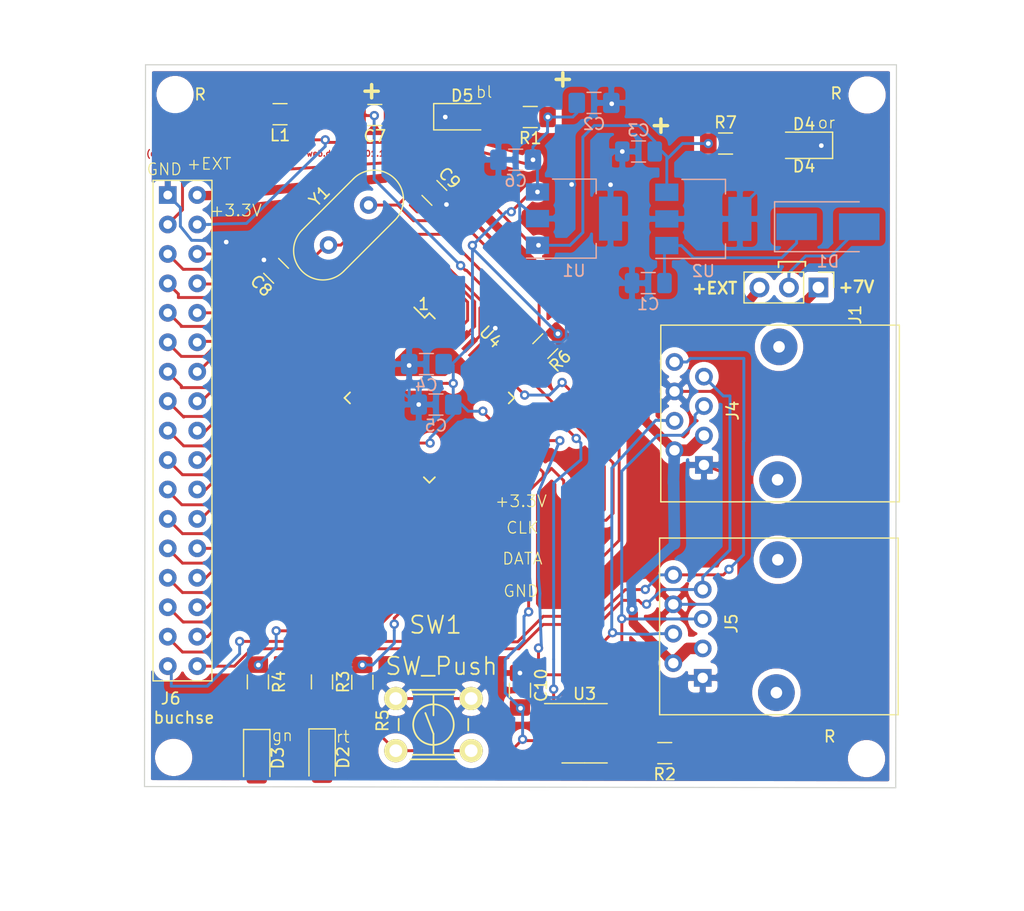
<source format=kicad_pcb>
(kicad_pcb (version 20171130) (host pcbnew "(5.1.6)-1")
  (layers (0 F.Cu signal) (31 B.Cu signal) (34 B.Paste user) (35 F.Paste user) (36 B.SilkS user) (37 F.SilkS user) (38 B.Mask user) (39 F.Mask user) (44 Edge.Cuts user))
  (net 0 "")
  (net 1 "Net-(C1-Pad2)")
  (net 2 GND)
  (net 3 +3V3)
  (net 4 +5V)
  (net 5 AVCC)
  (net 6 "Net-(C8-Pad1)")
  (net 7 "Net-(C9-Pad1)")
  (net 8 "Net-(D1-Pad2)")
  (net 9 "Net-(D2-Pad1)")
  (net 10 "Net-(D3-Pad1)")
  (net 11 "Net-(D4-Pad2)")
  (net 12 "Net-(D5-Pad2)")
  (net 13 +V)
  (net 14 +7V)
  (net 15 CANL)
  (net 16 CANH)
  (net 17 DCC_A)
  (net 18 DCC_B)
  (net 19 PC2)
  (net 20 PC0)
  (net 21 PA0)
  (net 22 PA2)
  (net 23 PA6)
  (net 24 PB2)
  (net 25 PA4)
  (net 26 PB0)
  (net 27 PC4)
  (net 28 PC6)
  (net 29 PD4)
  (net 30 PD6)
  (net 31 PD0)
  (net 32 PD2)
  (net 33 PA1)
  (net 34 PA3)
  (net 35 PA5)
  (net 36 PA7)
  (net 37 PB1)
  (net 38 PB3)
  (net 39 PC1)
  (net 40 PC3)
  (net 41 PC5)
  (net 42 PC7)
  (net 43 PD1)
  (net 44 PD3)
  (net 45 PD5)
  (net 46 PD7)
  (net 47 "Net-(R2-Pad2)")
  (net 48 PE1)
  (net 49 PE0)
  (net 50 "Net-(R5-Pad1)")
  (net 51 "Net-(U3-Pad4)")
  (net 52 "Net-(U3-Pad1)")
  (net 53 PDI_DATA)
  (net 54 PDICLK)
  (net 55 "Net-(U3-Pad5)")
  (module Capacitor_SMD:C_1206_3216Metric_Pad1.42x1.75mm_HandSolder (layer F.Cu) (at 108.68 72.85 180)
    (fp_text reference C7 (at 0 -1.82) (layer F.SilkS))
    (fp_text value 1u)
    (pad 2 smd roundrect (at 1.4875 0 180) (size 1.425 1.75) (layers F.Cu F.Paste F.Mask) (roundrect_rratio 0.175439) (net 5 AVCC))
    (pad 1 smd roundrect (at -1.4875 0 180) (size 1.425 1.75) (layers F.Cu F.Paste F.Mask) (roundrect_rratio 0.175439) (net 2 GND))
  )
  (module Inductor_SMD:L_1206_3216Metric_Pad1.42x1.75mm_HandSolder (layer F.Cu) (at 100.5125 72.78 180)
    (fp_text reference L1 (at 0 -1.82) (layer F.SilkS))
    (fp_text value "Ferrit 60Ohm")
    (pad 2 smd roundrect (at 1.4875 0 180) (size 1.425 1.75) (layers F.Cu F.Paste F.Mask) (roundrect_rratio 0.175439) (net 3 +3V3))
    (pad 1 smd roundrect (at -1.4875 0 180) (size 1.425 1.75) (layers F.Cu F.Paste F.Mask) (roundrect_rratio 0.175439) (net 5 AVCC))
  )
  (module sboxnet:8p8c-mebp (layer F.Cu) (at 143.41 98.6 90)
    (fp_text reference J4 (at 0.24638 -3.87096 90) (layer F.SilkS))
    (fp_text value 8P8C)
    (pad "" np_thru_hole circle (at 5.75 0.12446 90) (size 3.17 3.17) (drill 1) (layers *.Cu *.Mask))
    (pad "" np_thru_hole circle (at -5.715 0 90) (size 3.17 3.17) (drill 1) (layers *.Cu *.Mask))
    (pad 1 thru_hole rect (at -4.44 -6.35 90) (size 1.524 1.524) (drill oval 0.9) (layers *.Cu *.Mask) (net 2 GND))
    (pad 2 thru_hole circle (at -3.17 -8.89 90) (size 1.524 1.524) (drill 0.9) (layers *.Cu *.Mask) (net 14 +7V))
    (pad 3 thru_hole circle (at -1.9 -6.35 90) (size 1.524 1.524) (drill 0.9) (layers *.Cu *.Mask) (net 14 +7V))
    (pad 4 thru_hole circle (at -0.63 -8.89 90) (size 1.524 1.524) (drill 0.9) (layers *.Cu *.Mask) (net 15 CANL))
    (pad 5 thru_hole circle (at 0.64 -6.35 90) (size 1.524 1.524) (drill 0.9) (layers *.Cu *.Mask) (net 16 CANH))
    (pad 7 thru_hole circle (at 3.18 -6.35 90) (size 1.524 1.524) (drill 0.9) (layers *.Cu *.Mask) (net 17 DCC_A))
    (pad 6 thru_hole circle (at 1.905 -8.89 90) (size 1.524 1.524) (drill 0.9) (layers *.Cu *.Mask) (net 2 GND))
    (pad 8 thru_hole circle (at 4.445 -8.89 90) (size 1.524 1.524) (drill 0.9) (layers *.Cu *.Mask) (net 18 DCC_B))
  )
  (module Connector_PinHeader_2.54mm:PinHeader_1x03_P2.54mm_Vertical (layer F.Cu) (at 146.9263 87.7316 270)
    (fp_text reference J1 (at 2.3495 -3.175 90) (layer F.SilkS))
    (fp_text value Conn_01x03)
    (pad 3 thru_hole oval (at 0 5.08 270) (size 1.7 1.7) (drill 1) (layers *.Cu *.Mask) (net 13 +V))
    (pad 2 thru_hole oval (at 0 2.54 270) (size 1.7 1.7) (drill 1) (layers *.Cu *.Mask) (net 8 "Net-(D1-Pad2)"))
    (pad 1 thru_hole rect (at 0 0 270) (size 1.7 1.7) (drill 1) (layers *.Cu *.Mask) (net 14 +7V))
  )
  (module sboxnet:8p8c-mebp (layer F.Cu) (at 143.3068 116.967 90)
    (fp_text reference J5 (at 0.24638 -3.87096 90) (layer F.SilkS))
    (fp_text value 8P8C)
    (pad "" np_thru_hole circle (at 5.75 0.12446 90) (size 3.17 3.17) (drill 1) (layers *.Cu *.Mask))
    (pad "" np_thru_hole circle (at -5.715 0 90) (size 3.17 3.17) (drill 1) (layers *.Cu *.Mask))
    (pad 1 thru_hole rect (at -4.44 -6.35 90) (size 1.524 1.524) (drill oval 0.9) (layers *.Cu *.Mask) (net 2 GND))
    (pad 2 thru_hole circle (at -3.17 -8.89 90) (size 1.524 1.524) (drill 0.9) (layers *.Cu *.Mask) (net 14 +7V))
    (pad 3 thru_hole circle (at -1.9 -6.35 90) (size 1.524 1.524) (drill 0.9) (layers *.Cu *.Mask) (net 14 +7V))
    (pad 4 thru_hole circle (at -0.63 -8.89 90) (size 1.524 1.524) (drill 0.9) (layers *.Cu *.Mask) (net 15 CANL))
    (pad 5 thru_hole circle (at 0.64 -6.35 90) (size 1.524 1.524) (drill 0.9) (layers *.Cu *.Mask) (net 16 CANH))
    (pad 7 thru_hole circle (at 3.18 -6.35 90) (size 1.524 1.524) (drill 0.9) (layers *.Cu *.Mask) (net 17 DCC_A))
    (pad 6 thru_hole circle (at 1.905 -8.89 90) (size 1.524 1.524) (drill 0.9) (layers *.Cu *.Mask) (net 2 GND))
    (pad 8 thru_hole circle (at 4.445 -8.89 90) (size 1.524 1.524) (drill 0.9) (layers *.Cu *.Mask) (net 18 DCC_B))
  )
  (module Resistor_SMD:R_1206_3216Metric_Pad1.42x1.75mm_HandSolder (layer F.Cu) (at 133.68 127.9 180)
    (fp_text reference R2 (at 0 -1.82) (layer F.SilkS))
    (fp_text value 15k)
    (pad 2 smd roundrect (at 1.4875 0 180) (size 1.425 1.75) (layers F.Cu F.Paste F.Mask) (roundrect_rratio 0.175439) (net 47 "Net-(R2-Pad2)"))
    (pad 1 smd roundrect (at -1.4875 0 180) (size 1.425 1.75) (layers F.Cu F.Paste F.Mask) (roundrect_rratio 0.175439) (net 2 GND))
  )
  (module MountingHole:MountingHole_2.2mm_M2 (layer F.Cu) (at 91.4654 71.0819)
    (fp_text reference R (at 2.159 0) (layer F.SilkS))
    (fp_text value MH2.2)
    (pad 1 np_thru_hole circle (at 0 0) (size 2.2 2.2) (drill 2.2) (layers *.Cu *.Mask))
  )
  (module MountingHole:MountingHole_2.2mm_M2 (layer F.Cu) (at 91.3384 128.27)
    (fp_text reference buchse (at 0.889 -3.429) (layer F.SilkS))
    (fp_text value MH2.2)
    (pad 1 np_thru_hole circle (at 0 0) (size 2.2 2.2) (drill 2.2) (layers *.Cu *.Mask))
  )
  (module MountingHole:MountingHole_2.2mm_M2 (layer F.Cu) (at 151.0792 128.3716)
    (fp_text reference R (at -3.175 -1.905) (layer F.SilkS))
    (fp_text value " MH2.2")
    (pad 1 np_thru_hole circle (at 0 0) (size 2.2 2.2) (drill 2.2) (layers *.Cu *.Mask))
  )
  (module MountingHole:MountingHole_2.2mm_M2 (layer F.Cu) (at 151.13 71.12)
    (fp_text reference R (at -2.667 -0.127) (layer F.SilkS))
    (fp_text value MH2.2)
    (pad 1 np_thru_hole circle (at 0 0) (size 2.2 2.2) (drill 2.2) (layers *.Cu *.Mask))
  )
  (module Package_QFP:TQFP-44_10x10mm_P0.8mm (layer F.Cu) (at 113.3856 97.2566 315)
    (fp_text reference U4 (at 0 -7.45 135) (layer F.SilkS))
    (fp_text value ATxmega64A4U-AU)
    (pad 44 smd rect (at -4 -5.7 45) (size 1.5 0.55) (layers F.Cu F.Paste F.Mask) (net 25 PA4))
    (pad 43 smd rect (at -3.2 -5.7 45) (size 1.5 0.55) (layers F.Cu F.Paste F.Mask) (net 34 PA3))
    (pad 42 smd rect (at -2.4 -5.7 45) (size 1.5 0.55) (layers F.Cu F.Paste F.Mask) (net 22 PA2))
    (pad 41 smd rect (at -1.6 -5.7 45) (size 1.5 0.55) (layers F.Cu F.Paste F.Mask) (net 33 PA1))
    (pad 40 smd rect (at -0.8 -5.7 45) (size 1.5 0.55) (layers F.Cu F.Paste F.Mask) (net 21 PA0))
    (pad 39 smd rect (at 0 -5.7 45) (size 1.5 0.55) (layers F.Cu F.Paste F.Mask) (net 5 AVCC))
    (pad 38 smd rect (at 0.8 -5.7 45) (size 1.5 0.55) (layers F.Cu F.Paste F.Mask) (net 2 GND))
    (pad 37 smd rect (at 1.6 -5.7 45) (size 1.5 0.55) (layers F.Cu F.Paste F.Mask) (net 6 "Net-(C8-Pad1)"))
    (pad 36 smd rect (at 2.4 -5.7 45) (size 1.5 0.55) (layers F.Cu F.Paste F.Mask) (net 7 "Net-(C9-Pad1)"))
    (pad 35 smd rect (at 3.2 -5.7 45) (size 1.5 0.55) (layers F.Cu F.Paste F.Mask) (net 54 PDICLK))
    (pad 34 smd rect (at 4 -5.7 45) (size 1.5 0.55) (layers F.Cu F.Paste F.Mask) (net 53 PDI_DATA))
    (pad 33 smd rect (at 5.7 -4 315) (size 1.5 0.55) (layers F.Cu F.Paste F.Mask) (net 52 "Net-(U3-Pad1)"))
    (pad 32 smd rect (at 5.7 -3.2 315) (size 1.5 0.55) (layers F.Cu F.Paste F.Mask) (net 51 "Net-(U3-Pad4)"))
    (pad 31 smd rect (at 5.7 -2.4 315) (size 1.5 0.55) (layers F.Cu F.Paste F.Mask) (net 3 +3V3))
    (pad 30 smd rect (at 5.7 -1.6 315) (size 1.5 0.55) (layers F.Cu F.Paste F.Mask) (net 2 GND))
    (pad 29 smd rect (at 5.7 -0.8 315) (size 1.5 0.55) (layers F.Cu F.Paste F.Mask) (net 48 PE1))
    (pad 28 smd rect (at 5.7 0 315) (size 1.5 0.55) (layers F.Cu F.Paste F.Mask) (net 49 PE0))
    (pad 27 smd rect (at 5.7 0.8 315) (size 1.5 0.55) (layers F.Cu F.Paste F.Mask) (net 46 PD7))
    (pad 26 smd rect (at 5.7 1.6 315) (size 1.5 0.55) (layers F.Cu F.Paste F.Mask) (net 30 PD6))
    (pad 25 smd rect (at 5.7 2.4 315) (size 1.5 0.55) (layers F.Cu F.Paste F.Mask) (net 45 PD5))
    (pad 24 smd rect (at 5.7 3.2 315) (size 1.5 0.55) (layers F.Cu F.Paste F.Mask) (net 29 PD4))
    (pad 23 smd rect (at 5.7 4 315) (size 1.5 0.55) (layers F.Cu F.Paste F.Mask) (net 44 PD3))
    (pad 22 smd rect (at 4 5.7 45) (size 1.5 0.55) (layers F.Cu F.Paste F.Mask) (net 32 PD2))
    (pad 21 smd rect (at 3.2 5.7 45) (size 1.5 0.55) (layers F.Cu F.Paste F.Mask) (net 43 PD1))
    (pad 20 smd rect (at 2.4 5.7 45) (size 1.5 0.55) (layers F.Cu F.Paste F.Mask) (net 31 PD0))
    (pad 19 smd rect (at 1.6 5.7 45) (size 1.5 0.55) (layers F.Cu F.Paste F.Mask) (net 3 +3V3))
    (pad 18 smd rect (at 0.8 5.7 45) (size 1.5 0.55) (layers F.Cu F.Paste F.Mask) (net 2 GND))
    (pad 17 smd rect (at 0 5.7 45) (size 1.5 0.55) (layers F.Cu F.Paste F.Mask) (net 42 PC7))
    (pad 16 smd rect (at -0.8 5.7 45) (size 1.5 0.55) (layers F.Cu F.Paste F.Mask) (net 28 PC6))
    (pad 15 smd rect (at -1.6 5.7 45) (size 1.5 0.55) (layers F.Cu F.Paste F.Mask) (net 41 PC5))
    (pad 14 smd rect (at -2.4 5.7 45) (size 1.5 0.55) (layers F.Cu F.Paste F.Mask) (net 27 PC4))
    (pad 13 smd rect (at -3.2 5.7 45) (size 1.5 0.55) (layers F.Cu F.Paste F.Mask) (net 40 PC3))
    (pad 12 smd rect (at -4 5.7 45) (size 1.5 0.55) (layers F.Cu F.Paste F.Mask) (net 19 PC2))
    (pad 11 smd rect (at -5.7 4 315) (size 1.5 0.55) (layers F.Cu F.Paste F.Mask) (net 39 PC1))
    (pad 10 smd rect (at -5.7 3.2 315) (size 1.5 0.55) (layers F.Cu F.Paste F.Mask) (net 20 PC0))
    (pad 9 smd rect (at -5.7 2.4 315) (size 1.5 0.55) (layers F.Cu F.Paste F.Mask) (net 3 +3V3))
    (pad 8 smd rect (at -5.7 1.6 315) (size 1.5 0.55) (layers F.Cu F.Paste F.Mask) (net 2 GND))
    (pad 7 smd rect (at -5.7 0.8 315) (size 1.5 0.55) (layers F.Cu F.Paste F.Mask) (net 38 PB3))
    (pad 6 smd rect (at -5.7 0 315) (size 1.5 0.55) (layers F.Cu F.Paste F.Mask) (net 24 PB2))
    (pad 5 smd rect (at -5.7 -0.8 315) (size 1.5 0.55) (layers F.Cu F.Paste F.Mask) (net 37 PB1))
    (pad 4 smd rect (at -5.7 -1.6 315) (size 1.5 0.55) (layers F.Cu F.Paste F.Mask) (net 26 PB0))
    (pad 3 smd rect (at -5.7 -2.4 315) (size 1.5 0.55) (layers F.Cu F.Paste F.Mask) (net 36 PA7))
    (pad 2 smd rect (at -5.7 -3.2 315) (size 1.5 0.55) (layers F.Cu F.Paste F.Mask) (net 23 PA6))
    (pad 1 smd oval (at -5.7 -4 315) (size 1.5 0.55) (layers F.Cu F.Paste F.Mask) (net 35 PA5))
  )
  (module Crystal:Crystal_HC49-U_Vertical (layer F.Cu) (at 104.69 84.07 45)
    (fp_text reference Y1 (at 2.44 -3.525 45) (layer F.SilkS))
    (fp_text value 16MHz)
    (pad 2 thru_hole circle (at 4.88 0 45) (size 1.5 1.5) (drill 0.8) (layers *.Cu *.Mask) (net 7 "Net-(C9-Pad1)"))
    (pad 1 thru_hole circle (at 0 0 45) (size 1.5 1.5) (drill 0.8) (layers *.Cu *.Mask) (net 6 "Net-(C8-Pad1)"))
  )
  (module Capacitor_SMD:C_1206_3216Metric_Pad1.42x1.75mm_HandSolder (layer F.Cu) (at 113.82 79.57 315)
    (fp_text reference C9 (at 0 -1.82 135) (layer F.SilkS))
    (fp_text value 15p)
    (pad 2 smd roundrect (at 1.4875 0 315) (size 1.425 1.75) (layers F.Cu F.Paste F.Mask) (roundrect_rratio 0.175439) (net 2 GND))
    (pad 1 smd roundrect (at -1.4875 0 315) (size 1.425 1.75) (layers F.Cu F.Paste F.Mask) (roundrect_rratio 0.175439) (net 7 "Net-(C9-Pad1)"))
  )
  (module Capacitor_SMD:C_1206_3216Metric_Pad1.42x1.75mm_HandSolder (layer F.Cu) (at 100.17 86.29 135)
    (fp_text reference C8 (at 0 -1.82 135) (layer F.SilkS))
    (fp_text value 15p)
    (pad 2 smd roundrect (at 1.4875 0 135) (size 1.425 1.75) (layers F.Cu F.Paste F.Mask) (roundrect_rratio 0.175439) (net 2 GND))
    (pad 1 smd roundrect (at -1.4875 0 135) (size 1.425 1.75) (layers F.Cu F.Paste F.Mask) (roundrect_rratio 0.175439) (net 6 "Net-(C8-Pad1)"))
  )
  (module Capacitor_SMD:C_1206_3216Metric_Pad1.42x1.75mm_HandSolder (layer B.Cu) (at 120.8278 76.708)
    (fp_text reference C6 (at 0 1.82) (layer B.SilkS) (effects (justify mirror)))
    (fp_text value 100n)
    (pad 2 smd roundrect (at 1.4875 0) (size 1.425 1.75) (layers B.Cu B.Paste B.Mask) (roundrect_rratio 0.175439) (net 3 +3V3))
    (pad 1 smd roundrect (at -1.4875 0) (size 1.425 1.75) (layers B.Cu B.Paste B.Mask) (roundrect_rratio 0.175439) (net 2 GND))
  )
  (module Diode_SMD:D_SMB_Handsoldering (layer B.Cu) (at 147.75 82.49)
    (fp_text reference D1 (at 0 3) (layer B.SilkS) (effects (justify mirror)))
    (fp_text value SKL13B)
    (pad 2 smd rect (at 2.7 0) (size 3.5 2.3) (layers B.Cu B.Paste B.Mask) (net 8 "Net-(D1-Pad2)"))
    (pad 1 smd rect (at -2.7 0) (size 3.5 2.3) (layers B.Cu B.Paste B.Mask) (net 1 "Net-(C1-Pad2)"))
  )
  (module Package_TO_SOT_SMD:SOT-223-3_TabPin2 (layer B.Cu) (at 137.0076 81.8134)
    (fp_text reference U2 (at 0 4.5) (layer B.SilkS) (effects (justify mirror)))
    (fp_text value MCP1703A-5002_SOT223)
    (pad 1 smd rect (at -3.15 2.3) (size 2 1.5) (layers B.Cu B.Paste B.Mask) (net 1 "Net-(C1-Pad2)"))
    (pad 3 smd rect (at -3.15 -2.3) (size 2 1.5) (layers B.Cu B.Paste B.Mask) (net 4 +5V))
    (pad 2 smd rect (at -3.15 0) (size 2 1.5) (layers B.Cu B.Paste B.Mask) (net 2 GND))
    (pad 2 smd rect (at 3.15 0) (size 2 3.8) (layers B.Cu B.Paste B.Mask) (net 2 GND))
  )
  (module Package_SO:SOIC-8_3.9x4.9mm_P1.27mm (layer F.Cu) (at 126.7714 126.1872)
    (fp_text reference U3 (at 0 -3.4) (layer F.SilkS))
    (fp_text value SN65HVD230)
    (pad 8 smd roundrect (at 2.475 -1.905) (size 1.95 0.6) (layers F.Cu F.Paste F.Mask) (net 47 "Net-(R2-Pad2)"))
    (pad 7 smd roundrect (at 2.475 -0.635) (size 1.95 0.6) (layers F.Cu F.Paste F.Mask) (net 16 CANH))
    (pad 6 smd roundrect (at 2.475 0.635) (size 1.95 0.6) (layers F.Cu F.Paste F.Mask) (net 15 CANL))
    (pad 5 smd roundrect (at 2.475 1.905) (size 1.95 0.6) (layers F.Cu F.Paste F.Mask) (net 55 "Net-(U3-Pad5)"))
    (pad 4 smd roundrect (at -2.475 1.905) (size 1.95 0.6) (layers F.Cu F.Paste F.Mask) (net 51 "Net-(U3-Pad4)"))
    (pad 3 smd roundrect (at -2.475 0.635) (size 1.95 0.6) (layers F.Cu F.Paste F.Mask) (net 3 +3V3))
    (pad 2 smd roundrect (at -2.475 -0.635) (size 1.95 0.6) (layers F.Cu F.Paste F.Mask) (net 2 GND))
    (pad 1 smd rect (at -2.475 -1.905) (size 1.95 0.6) (layers F.Cu F.Paste F.Mask) (net 52 "Net-(U3-Pad1)"))
  )
  (module Package_TO_SOT_SMD:SOT-223-3_TabPin2 (layer B.Cu) (at 125.857 81.788)
    (fp_text reference U1 (at 0 4.5) (layer B.SilkS) (effects (justify mirror)))
    (fp_text value MCP1703A-3302_SOT223)
    (pad 1 smd rect (at -3.15 2.3) (size 2 1.5) (layers B.Cu B.Paste B.Mask) (net 4 +5V))
    (pad 3 smd rect (at -3.15 -2.3) (size 2 1.5) (layers B.Cu B.Paste B.Mask) (net 3 +3V3))
    (pad 2 smd rect (at -3.15 0) (size 2 1.5) (layers B.Cu B.Paste B.Mask) (net 2 GND))
    (pad 2 smd rect (at 3.15 0) (size 2 3.8) (layers B.Cu B.Paste B.Mask) (net 2 GND))
  )
  (module sboxnet:JTP-1130 (layer F.Cu) (at 113.74 125.44)
    (fp_text reference SW1 (at 0.179 -8.6) (layer F.SilkS) (effects (font (size 1.5 1.5))))
    (fp_text value SW_Push (at 0.687 -5.044) (layer F.SilkS) (effects (font (size 1.5 1.5))))
    (pad 1 thru_hole circle (at 3.25 2.25) (size 2 2) (drill 1.1) (layers *.Cu *.Mask F.SilkS) (net 50 "Net-(R5-Pad1)"))
    (pad 1 thru_hole circle (at -3.25 2.25) (size 2 2) (drill 1.1) (layers *.Cu *.Mask F.SilkS) (net 50 "Net-(R5-Pad1)"))
    (pad 2 thru_hole circle (at 3.25 -2.25) (size 2 2) (drill 1.1) (layers *.Cu *.Mask F.SilkS) (net 2 GND))
    (pad 2 thru_hole circle (at -3.25 -2.25) (size 2 2) (drill 1.1) (layers *.Cu *.Mask F.SilkS) (net 2 GND))
  )
  (module Resistor_SMD:R_1206_3216Metric_Pad1.42x1.75mm_HandSolder (layer F.Cu) (at 138.9237 75.311)
    (fp_text reference R7 (at 0 -1.82) (layer F.SilkS))
    (fp_text value 470)
    (pad 2 smd roundrect (at 1.4875 0) (size 1.425 1.75) (layers F.Cu F.Paste F.Mask) (roundrect_rratio 0.175439) (net 11 "Net-(D4-Pad2)"))
    (pad 1 smd roundrect (at -1.4875 0) (size 1.425 1.75) (layers F.Cu F.Paste F.Mask) (roundrect_rratio 0.175439) (net 4 +5V))
  )
  (module Resistor_SMD:R_1206_3216Metric_Pad1.42x1.75mm_HandSolder (layer F.Cu) (at 123.38 92.79 225)
    (fp_text reference R6 (at 0 -1.82 45) (layer F.SilkS))
    (fp_text value 10k)
    (pad 2 smd roundrect (at 1.4875 0 225) (size 1.425 1.75) (layers F.Cu F.Paste F.Mask) (roundrect_rratio 0.175439) (net 54 PDICLK))
    (pad 1 smd roundrect (at -1.4875 0 225) (size 1.425 1.75) (layers F.Cu F.Paste F.Mask) (roundrect_rratio 0.175439) (net 3 +3V3))
  )
  (module Resistor_SMD:R_1206_3216Metric_Pad1.42x1.75mm_HandSolder (layer F.Cu) (at 107.6071 121.7819 90)
    (fp_text reference R5 (at -3.3131 1.7399 90) (layer F.SilkS))
    (fp_text value 1k)
    (pad 2 smd roundrect (at 1.4875 0 90) (size 1.425 1.75) (layers F.Cu F.Paste F.Mask) (roundrect_rratio 0.175439) (net 48 PE1))
    (pad 1 smd roundrect (at -1.4875 0 90) (size 1.425 1.75) (layers F.Cu F.Paste F.Mask) (roundrect_rratio 0.175439) (net 50 "Net-(R5-Pad1)"))
  )
  (module Resistor_SMD:R_1206_3216Metric_Pad1.42x1.75mm_HandSolder (layer F.Cu) (at 98.6028 121.7533 270)
    (fp_text reference R4 (at 0 -1.82 90) (layer F.SilkS))
    (fp_text value 470)
    (pad 2 smd roundrect (at 1.4875 0 270) (size 1.425 1.75) (layers F.Cu F.Paste F.Mask) (roundrect_rratio 0.175439) (net 10 "Net-(D3-Pad1)"))
    (pad 1 smd roundrect (at -1.4875 0 270) (size 1.425 1.75) (layers F.Cu F.Paste F.Mask) (roundrect_rratio 0.175439) (net 49 PE0))
  )
  (module Resistor_SMD:R_1206_3216Metric_Pad1.42x1.75mm_HandSolder (layer F.Cu) (at 104.1273 121.7549 270)
    (fp_text reference R3 (at 0 -1.82 90) (layer F.SilkS))
    (fp_text value 470)
    (pad 2 smd roundrect (at 1.4875 0 270) (size 1.425 1.75) (layers F.Cu F.Paste F.Mask) (roundrect_rratio 0.175439) (net 9 "Net-(D2-Pad1)"))
    (pad 1 smd roundrect (at -1.4875 0 270) (size 1.425 1.75) (layers F.Cu F.Paste F.Mask) (roundrect_rratio 0.175439) (net 48 PE1))
  )
  (module Resistor_SMD:R_1206_3216Metric_Pad1.42x1.75mm_HandSolder (layer F.Cu) (at 122.0867 73.025 180)
    (fp_text reference R1 (at 0 -1.82) (layer F.SilkS))
    (fp_text value 470)
    (pad 2 smd roundrect (at 1.4875 0 180) (size 1.425 1.75) (layers F.Cu F.Paste F.Mask) (roundrect_rratio 0.175439) (net 12 "Net-(D5-Pad2)"))
    (pad 1 smd roundrect (at -1.4875 0 180) (size 1.425 1.75) (layers F.Cu F.Paste F.Mask) (roundrect_rratio 0.175439) (net 3 +3V3))
  )
  (module sboxnet:sboxnet-buchse-2x17 (layer F.Cu) (at 93.3704 122.936 180)
    (fp_text reference J6 (at 2.286 -0.254) (layer F.SilkS))
    (fp_text value sboxnet-buchse_2x17)
    (pad 19 thru_hole circle (at 0 20.32) (size 1.524 1.524) (drill 0.762) (layers *.Cu *.Mask) (net 19 PC2))
    (pad 33 thru_hole circle (at 0 2.54) (size 1.524 1.524) (drill 0.762) (layers *.Cu *.Mask) (net 17 DCC_A))
    (pad 17 thru_hole circle (at 0 22.86) (size 1.524 1.524) (drill 0.762) (layers *.Cu *.Mask) (net 20 PC0))
    (pad 5 thru_hole circle (at 0 38.1) (size 1.524 1.524) (drill 0.762) (layers *.Cu *.Mask) (net 21 PA0))
    (pad 7 thru_hole circle (at 0 35.56) (size 1.524 1.524) (drill 0.762) (layers *.Cu *.Mask) (net 22 PA2))
    (pad 11 thru_hole circle (at 0 30.48) (size 1.524 1.524) (drill 0.762) (layers *.Cu *.Mask) (net 23 PA6))
    (pad 15 thru_hole circle (at 0 25.4) (size 1.524 1.524) (drill 0.762) (layers *.Cu *.Mask) (net 24 PB2))
    (pad 9 thru_hole circle (at 0 33.02) (size 1.524 1.524) (drill 0.762) (layers *.Cu *.Mask) (net 25 PA4))
    (pad 13 thru_hole circle (at 0 27.94) (size 1.524 1.524) (drill 0.762) (layers *.Cu *.Mask) (net 26 PB0))
    (pad 21 thru_hole circle (at 0 17.78) (size 1.524 1.524) (drill 0.762) (layers *.Cu *.Mask) (net 27 PC4))
    (pad 23 thru_hole circle (at 0 15.24) (size 1.524 1.524) (drill 0.762) (layers *.Cu *.Mask) (net 28 PC6))
    (pad 3 thru_hole circle (at 0 40.64) (size 1.524 1.524) (drill 0.762) (layers *.Cu *.Mask) (net 3 +3V3))
    (pad 29 thru_hole circle (at 0 7.62) (size 1.524 1.524) (drill 0.762) (layers *.Cu *.Mask) (net 29 PD4))
    (pad 31 thru_hole circle (at 0 5.08) (size 1.524 1.524) (drill 0.762) (layers *.Cu *.Mask) (net 30 PD6))
    (pad 25 thru_hole circle (at 0 12.7) (size 1.524 1.524) (drill 0.762) (layers *.Cu *.Mask) (net 31 PD0))
    (pad 27 thru_hole circle (at 0 10.16) (size 1.524 1.524) (drill 0.762) (layers *.Cu *.Mask) (net 32 PD2))
    (pad 1 thru_hole circle (at 0 43.18) (size 1.524 1.524) (drill 0.762) (layers *.Cu *.Mask) (net 13 +V))
    (pad 2 thru_hole rect (at 2.54 43.18) (size 1.524 1.524) (drill 0.762) (layers *.Cu *.Mask) (net 2 GND))
    (pad 4 thru_hole circle (at 2.54 40.64) (size 1.524 1.524) (drill 0.762) (layers *.Cu *.Mask) (net 4 +5V))
    (pad 6 thru_hole circle (at 2.54 38.1) (size 1.524 1.524) (drill 0.762) (layers *.Cu *.Mask) (net 33 PA1))
    (pad 8 thru_hole circle (at 2.54 35.56) (size 1.524 1.524) (drill 0.762) (layers *.Cu *.Mask) (net 34 PA3))
    (pad 10 thru_hole circle (at 2.54 33.02) (size 1.524 1.524) (drill 0.762) (layers *.Cu *.Mask) (net 35 PA5))
    (pad 12 thru_hole circle (at 2.54 30.48) (size 1.524 1.524) (drill 0.762) (layers *.Cu *.Mask) (net 36 PA7))
    (pad 14 thru_hole circle (at 2.54 27.94) (size 1.524 1.524) (drill 0.762) (layers *.Cu *.Mask) (net 37 PB1))
    (pad 16 thru_hole circle (at 2.54 25.4) (size 1.524 1.524) (drill 0.762) (layers *.Cu *.Mask) (net 38 PB3))
    (pad 18 thru_hole circle (at 2.54 22.86) (size 1.524 1.524) (drill 0.762) (layers *.Cu *.Mask) (net 39 PC1))
    (pad 20 thru_hole circle (at 2.54 20.32) (size 1.524 1.524) (drill 0.762) (layers *.Cu *.Mask) (net 40 PC3))
    (pad 22 thru_hole circle (at 2.54 17.78) (size 1.524 1.524) (drill 0.762) (layers *.Cu *.Mask) (net 41 PC5))
    (pad 24 thru_hole circle (at 2.54 15.24) (size 1.524 1.524) (drill 0.762) (layers *.Cu *.Mask) (net 42 PC7))
    (pad 26 thru_hole circle (at 2.54 12.7) (size 1.524 1.524) (drill 0.762) (layers *.Cu *.Mask) (net 43 PD1))
    (pad 28 thru_hole circle (at 2.54 10.16) (size 1.524 1.524) (drill 0.762) (layers *.Cu *.Mask) (net 44 PD3))
    (pad 30 thru_hole circle (at 2.54 7.62) (size 1.524 1.524) (drill 0.762) (layers *.Cu *.Mask) (net 45 PD5))
    (pad 32 thru_hole circle (at 2.54 5.08) (size 1.524 1.524) (drill 0.762) (layers *.Cu *.Mask) (net 46 PD7))
    (pad 34 thru_hole circle (at 2.54 2.54) (size 1.524 1.524) (drill 0.762) (layers *.Cu *.Mask) (net 18 DCC_B))
  )
  (module LED_SMD:LED_1206_3216Metric_Pad1.42x1.75mm_HandSolder (layer F.Cu) (at 116.2177 72.9996)
    (fp_text reference D5 (at 0 -1.82) (layer F.SilkS))
    (fp_text value LED)
    (pad 2 smd roundrect (at 1.4875 0) (size 1.425 1.75) (layers F.Cu F.Paste F.Mask) (roundrect_rratio 0.175439) (net 12 "Net-(D5-Pad2)"))
    (pad 1 smd roundrect (at -1.4875 0) (size 1.425 1.75) (layers F.Cu F.Paste F.Mask) (roundrect_rratio 0.175439) (net 2 GND))
  )
  (module LED_SMD:LED_1206_3216Metric_Pad1.42x1.75mm_HandSolder (layer F.Cu) (at 145.6944 75.4634 180)
    (fp_text reference D4 (at 0 -1.82) (layer F.SilkS))
    (fp_text value D4 (at 0 1.82) (layer F.SilkS))
    (pad 2 smd roundrect (at 1.4875 0 180) (size 1.425 1.75) (layers F.Cu F.Paste F.Mask) (roundrect_rratio 0.175439) (net 11 "Net-(D4-Pad2)"))
    (pad 1 smd roundrect (at -1.4875 0 180) (size 1.425 1.75) (layers F.Cu F.Paste F.Mask) (roundrect_rratio 0.175439) (net 2 GND))
  )
  (module LED_SMD:LED_1206_3216Metric_Pad1.42x1.75mm_HandSolder (layer F.Cu) (at 98.5012 128.3208 270)
    (fp_text reference D3 (at 0 -1.82 90) (layer F.SilkS))
    (fp_text value LED)
    (pad 2 smd roundrect (at 1.4875 0 270) (size 1.425 1.75) (layers F.Cu F.Paste F.Mask) (roundrect_rratio 0.175439) (net 3 +3V3))
    (pad 1 smd roundrect (at -1.4875 0 270) (size 1.425 1.75) (layers F.Cu F.Paste F.Mask) (roundrect_rratio 0.175439) (net 10 "Net-(D3-Pad1)"))
  )
  (module LED_SMD:LED_1206_3216Metric_Pad1.42x1.75mm_HandSolder (layer F.Cu) (at 104.14 128.27 270)
    (fp_text reference D2 (at 0 -1.82 90) (layer F.SilkS))
    (fp_text value LED)
    (pad 2 smd roundrect (at 1.4875 0 270) (size 1.425 1.75) (layers F.Cu F.Paste F.Mask) (roundrect_rratio 0.175439) (net 3 +3V3))
    (pad 1 smd roundrect (at -1.4875 0 270) (size 1.425 1.75) (layers F.Cu F.Paste F.Mask) (roundrect_rratio 0.175439) (net 9 "Net-(D2-Pad1)"))
  )
  (module Capacitor_SMD:C_1206_3216Metric_Pad1.42x1.75mm_HandSolder (layer F.Cu) (at 121.1961 122.4772 270)
    (fp_text reference C10 (at -0.4302 -1.82 90) (layer F.SilkS))
    (fp_text value 100n)
    (pad 2 smd roundrect (at 1.4875 0 270) (size 1.425 1.75) (layers F.Cu F.Paste F.Mask) (roundrect_rratio 0.175439) (net 3 +3V3))
    (pad 1 smd roundrect (at -1.4875 0 270) (size 1.425 1.75) (layers F.Cu F.Paste F.Mask) (roundrect_rratio 0.175439) (net 2 GND))
  )
  (module Capacitor_SMD:C_1206_3216Metric_Pad1.42x1.75mm_HandSolder (layer B.Cu) (at 113.9571 97.8281)
    (fp_text reference C5 (at 0 1.82) (layer B.SilkS) (effects (justify mirror)))
    (fp_text value 100n)
    (pad 2 smd roundrect (at 1.4875 0) (size 1.425 1.75) (layers B.Cu B.Paste B.Mask) (roundrect_rratio 0.175439) (net 3 +3V3))
    (pad 1 smd roundrect (at -1.4875 0) (size 1.425 1.75) (layers B.Cu B.Paste B.Mask) (roundrect_rratio 0.175439) (net 2 GND))
  )
  (module Capacitor_SMD:C_1206_3216Metric_Pad1.42x1.75mm_HandSolder (layer B.Cu) (at 113.1316 94.3356)
    (fp_text reference C4 (at 0 1.82) (layer B.SilkS) (effects (justify mirror)))
    (fp_text value 100n)
    (pad 2 smd roundrect (at 1.4875 0) (size 1.425 1.75) (layers B.Cu B.Paste B.Mask) (roundrect_rratio 0.175439) (net 3 +3V3))
    (pad 1 smd roundrect (at -1.4875 0) (size 1.425 1.75) (layers B.Cu B.Paste B.Mask) (roundrect_rratio 0.175439) (net 2 GND))
  )
  (module Capacitor_SMD:C_1206_3216Metric (layer B.Cu) (at 131.4196 75.9968 180)
    (fp_text reference C3 (at 0 1.82) (layer B.SilkS) (effects (justify mirror)))
    (fp_text value 10u)
    (pad 2 smd roundrect (at 1.4 0 180) (size 1.25 1.75) (layers B.Cu B.Paste B.Mask) (roundrect_rratio 0.2) (net 2 GND))
    (pad 1 smd roundrect (at -1.4 0 180) (size 1.25 1.75) (layers B.Cu B.Paste B.Mask) (roundrect_rratio 0.2) (net 4 +5V))
  )
  (module Capacitor_SMD:C_1206_3216Metric_Pad1.42x1.75mm_HandSolder (layer B.Cu) (at 127.5826 71.8058)
    (fp_text reference C2 (at 0 1.82) (layer B.SilkS) (effects (justify mirror)))
    (fp_text value 10u)
    (pad 2 smd roundrect (at 1.4875 0) (size 1.425 1.75) (layers B.Cu B.Paste B.Mask) (roundrect_rratio 0.175439) (net 2 GND))
    (pad 1 smd roundrect (at -1.4875 0) (size 1.425 1.75) (layers B.Cu B.Paste B.Mask) (roundrect_rratio 0.175439) (net 3 +3V3))
  )
  (module Capacitor_SMD:C_1206_3216Metric (layer B.Cu) (at 132.2578 87.3506)
    (fp_text reference C1 (at 0 1.82) (layer B.SilkS) (effects (justify mirror)))
    (fp_text value 100n)
    (pad 2 smd roundrect (at 1.4 0) (size 1.25 1.75) (layers B.Cu B.Paste B.Mask) (roundrect_rratio 0.2) (net 1 "Net-(C1-Pad2)"))
    (pad 1 smd roundrect (at -1.4 0) (size 1.25 1.75) (layers B.Cu B.Paste B.Mask) (roundrect_rratio 0.2) (net 2 GND))
  )
  (gr_text +EXT (at 137.9855 87.7951) (layer F.SilkS) (effects (font (size 1 1) (thickness 0.2))))
  (gr_text +7V (at 150.2029 87.6808) (layer F.SilkS) (effects (font (size 1 1) (thickness 0.2))))
  (gr_line (start 88.8238 130.7846) (end 88.9127 68.5165) (layer Edge.Cuts) (width 0.1))
  (gr_line (start 153.5938 130.8862) (end 88.8238 130.7846) (layer Edge.Cuts) (width 0.1))
  (gr_line (start 153.6573 68.5165) (end 153.5938 130.8862) (layer Edge.Cuts) (width 0.1))
  (gr_line (start 88.9127 68.5165) (end 153.6573 68.5165) (layer Edge.Cuts) (width 0.1))
  (gr_line (start 145.81 85.51) (end 145.8 85.89) (layer F.SilkS) (width 0.15))
  (gr_line (start 143.49 85.51) (end 145.81 85.51) (layer F.SilkS) (width 0.15))
  (gr_line (start 143.49 85.99) (end 143.49 85.51) (layer F.SilkS) (width 0.15))
  (gr_text + (at 124.8918 69.6722) (layer F.SilkS) (effects (font (size 1.5 1.5) (thickness 0.3))))
  (gr_text + (at 133.35 73.66) (layer F.SilkS) (effects (font (size 1.5 1.5) (thickness 0.3))))
  (gr_text + (at 108.4072 70.6882) (layer F.SilkS) (effects (font (size 1.5 1.5) (thickness 0.3))))
  (gr_text +3.3V (at 96.7105 81.0895) (layer F.SilkS) (effects (font (size 1 1) (thickness 0.1))))
  (gr_text +EXT (at 94.3991 77.0636) (layer F.SilkS) (effects (font (size 1 1) (thickness 0.1))))
  (gr_text GND (at 90.5256 77.5335) (layer F.SilkS) (effects (font (size 1 1) (thickness 0.1))))
  (gr_text gn (at 100.711 126.365) (layer F.SilkS) (effects (font (size 1 1) (thickness 0.1))))
  (gr_text rt (at 105.918 126.492) (layer F.SilkS) (effects (font (size 1 1) (thickness 0.1))))
  (gr_text bl (at 118.11 70.866) (layer F.SilkS) (effects (font (size 1 1) (thickness 0.1))))
  (gr_text or (at 147.6248 73.5076) (layer F.SilkS) (effects (font (size 1 1) (thickness 0.1))))
  (gr_text DATA (at 121.412 111.125) (layer F.SilkS) (effects (font (size 1 1) (thickness 0.1))))
  (gr_text CLK (at 121.412 108.458) (layer F.SilkS) (effects (font (size 1 1) (thickness 0.1))))
  (gr_text GND (at 121.285 113.919) (layer F.SilkS) (effects (font (size 1 1) (thickness 0.1))))
  (gr_text +3.3V (at 121.285 106.172) (layer F.SilkS) (effects (font (size 1 1) (thickness 0.1))))
  (gr_text 1 (at 112.903 89.154) (layer F.SilkS) (effects (font (size 1 1))))
  (gr_circle (center 125.095 123.063) (end 125.378981 123.063) (layer F.Cu) (width 0.1))
  (gr_circle (center 125.095 123.063) (end 125.222 123.063) (layer F.Cu) (width 0.15))
  (gr_circle (center 111.887 88.773) (end 112.014 88.773) (layer F.Cu) (width 0.15))
  (gr_circle (center 111.887 88.773) (end 112.170981 88.773) (layer F.Cu) (width 0.1))
  (gr_text "(c) Thomas Maier tom@tom.ist-im-web.de 2021.01.19" (at 99.4918 76.1746) (layer F.Cu) (effects (font (size 0.5 0.5) (thickness 0.1))))
  (gr_text "sboxnet\nmodul v4" (at 93.1926 74.3331) (layer F.Cu) (effects (font (size 1 1))))
  (segment (start 133.6578 84.3132) (end 133.8576 84.1134) (width 0.25) (layer B.Cu) (net 1))
  (segment (start 133.6578 87.3506) (end 133.6578 84.3132) (width 0.25) (layer B.Cu) (net 1))
  (segment (start 145.05 83.89) (end 145.05 82.49) (width 0.25) (layer B.Cu) (net 1))
  (segment (start 143.77 85.17) (end 145.05 83.89) (width 0.25) (layer B.Cu) (net 1))
  (segment (start 136.1642 85.17) (end 143.77 85.17) (width 0.25) (layer B.Cu) (net 1))
  (segment (start 135.1076 84.1134) (end 136.1642 85.17) (width 0.25) (layer B.Cu) (net 1))
  (segment (start 133.8576 84.1134) (end 135.1076 84.1134) (width 0.25) (layer B.Cu) (net 1))
  (via (at 99.12 85.35) (size 0.8) (drill 0.4) (layers F.Cu B.Cu) (net 2))
  (via (at 114.86 80.57) (size 0.8) (drill 0.4) (layers F.Cu B.Cu) (net 2))
  (via (at 129.1082 71.882) (size 0.8) (drill 0.4) (layers F.Cu B.Cu) (net 2))
  (via (at 114.7572 73.025) (size 0.8) (drill 0.4) (layers F.Cu B.Cu) (net 2))
  (via (at 147.1803 75.4888) (size 0.8) (drill 0.4) (layers F.Cu B.Cu) (net 2))
  (segment (start 137.9688 121.407) (end 138.8618 120.514) (width 0.25) (layer B.Cu) (net 2))
  (segment (start 136.9568 121.407) (end 137.9688 121.407) (width 0.25) (layer B.Cu) (net 2))
  (segment (start 138.8618 116.623238) (end 138.8872 116.597838) (width 0.25) (layer B.Cu) (net 2))
  (segment (start 138.8618 120.514) (end 138.8618 116.623238) (width 0.25) (layer B.Cu) (net 2))
  (segment (start 138.8872 116.597838) (end 138.8872 115.0112) (width 0.25) (layer B.Cu) (net 2))
  (segment (start 138.8364 115.062) (end 134.4168 115.062) (width 0.25) (layer B.Cu) (net 2))
  (segment (start 138.8872 115.0112) (end 138.8364 115.062) (width 0.25) (layer B.Cu) (net 2))
  (segment (start 133.8576 81.8134) (end 140.1576 81.8134) (width 0.25) (layer B.Cu) (net 2))
  (segment (start 133.8322 81.788) (end 133.8576 81.8134) (width 0.25) (layer B.Cu) (net 2))
  (segment (start 129.007 81.788) (end 133.8322 81.788) (width 0.25) (layer B.Cu) (net 2))
  (segment (start 129.007 76.3844) (end 129.3946 75.9968) (width 0.25) (layer B.Cu) (net 2))
  (segment (start 129.3946 75.9968) (end 130.0196 75.9968) (width 0.25) (layer B.Cu) (net 2))
  (segment (start 129.007 81.788) (end 129.007 78.8666) (width 0.25) (layer B.Cu) (net 2))
  (segment (start 129.007 83.938) (end 128.5494 84.3956) (width 0.25) (layer B.Cu) (net 2))
  (segment (start 129.007 81.788) (end 129.007 83.938) (width 0.25) (layer B.Cu) (net 2))
  (segment (start 130.2328 87.3506) (end 130.8578 87.3506) (width 0.25) (layer B.Cu) (net 2))
  (segment (start 128.5494 85.6672) (end 130.2328 87.3506) (width 0.25) (layer B.Cu) (net 2))
  (segment (start 128.5494 84.3956) (end 128.5494 85.6672) (width 0.25) (layer B.Cu) (net 2))
  (segment (start 119.3403 77.583) (end 119.3038 77.6195) (width 0.25) (layer B.Cu) (net 2))
  (segment (start 119.3403 76.708) (end 119.3403 77.583) (width 0.25) (layer B.Cu) (net 2))
  (segment (start 119.3038 77.6195) (end 119.3038 79.6348) (width 0.25) (layer B.Cu) (net 2))
  (segment (start 129.007 78.8666) (end 129.007 76.3844) (width 0.25) (layer B.Cu) (net 2))
  (via (at 129.007 78.8666) (size 0.8) (drill 0.4) (layers F.Cu B.Cu) (net 2))
  (segment (start 129.007 78.8666) (end 125.7558 78.8666) (width 0.25) (layer F.Cu) (net 2))
  (segment (start 123.957 81.788) (end 125.6538 80.0912) (width 0.25) (layer B.Cu) (net 2))
  (segment (start 122.707 81.788) (end 123.957 81.788) (width 0.25) (layer B.Cu) (net 2))
  (segment (start 125.6538 80.0912) (end 125.6538 78.8416) (width 0.25) (layer B.Cu) (net 2))
  (segment (start 125.6538 78.8416) (end 125.6538 78.8416) (width 0.25) (layer B.Cu) (net 2))
  (via (at 125.6538 78.8416) (size 0.8) (drill 0.4) (layers F.Cu B.Cu) (net 2))
  (segment (start 110.49 123.19) (end 116.99 123.19) (width 0.25) (layer F.Cu) (net 2))
  (segment (start 123.3214 125.5522) (end 124.2964 125.5522) (width 0.25) (layer F.Cu) (net 2))
  (segment (start 119.3522 125.5522) (end 123.3214 125.5522) (width 0.25) (layer F.Cu) (net 2))
  (segment (start 116.99 123.19) (end 119.3522 125.5522) (width 0.25) (layer F.Cu) (net 2))
  (segment (start 140.1576 80.9134) (end 143.855 77.216) (width 0.25) (layer B.Cu) (net 2))
  (segment (start 140.1576 81.8134) (end 140.1576 80.9134) (width 0.25) (layer B.Cu) (net 2))
  (segment (start 143.855 77.216) (end 147.0533 77.216) (width 0.25) (layer B.Cu) (net 2))
  (segment (start 147.1803 77.089) (end 147.1803 75.4888) (width 0.25) (layer B.Cu) (net 2))
  (segment (start 147.0533 77.216) (end 147.1803 77.089) (width 0.25) (layer B.Cu) (net 2))
  (segment (start 118.4402 76.708) (end 119.3403 76.708) (width 0.25) (layer B.Cu) (net 2))
  (segment (start 114.7572 73.025) (end 118.4402 76.708) (width 0.25) (layer B.Cu) (net 2))
  (segment (start 130.0196 75.9968) (end 130.0196 75.9968) (width 0.25) (layer B.Cu) (net 2))
  (via (at 130.0196 75.9968) (size 0.8) (drill 0.4) (layers F.Cu B.Cu) (net 2))
  (segment (start 129.3946 75.9968) (end 130.0196 75.9968) (width 0.25) (layer F.Cu) (net 2))
  (segment (start 129.1082 75.7104) (end 129.3946 75.9968) (width 0.25) (layer F.Cu) (net 2))
  (segment (start 129.1082 71.882) (end 129.1082 75.7104) (width 0.25) (layer F.Cu) (net 2))
  (segment (start 119.1903 120.9897) (end 121.1961 120.9897) (width 0.25) (layer F.Cu) (net 2))
  (segment (start 116.99 123.19) (end 119.1903 120.9897) (width 0.25) (layer F.Cu) (net 2))
  (segment (start 121.1961 120.9897) (end 121.1961 120.9897) (width 0.25) (layer F.Cu) (net 2))
  (segment (start 132.2324 112.8776) (end 134.4168 115.062) (width 0.25) (layer F.Cu) (net 2))
  (segment (start 132.2324 111.9759) (end 132.2324 112.8776) (width 0.25) (layer F.Cu) (net 2))
  (segment (start 131.7498 111.4933) (end 132.2324 111.9759) (width 0.25) (layer F.Cu) (net 2))
  (segment (start 130.0607 111.4806) (end 131.7498 111.4933) (width 0.25) (layer F.Cu) (net 2))
  (segment (start 126.8984 113.7412) (end 127.748399 112.891201) (width 0.25) (layer F.Cu) (net 2))
  (segment (start 127.748399 112.891201) (end 130.0607 111.4806) (width 0.25) (layer F.Cu) (net 2))
  (segment (start 111.7571 97.8281) (end 112.4696 97.8281) (width 0.25) (layer B.Cu) (net 2))
  (segment (start 111.6441 97.7151) (end 111.7571 97.8281) (width 0.25) (layer B.Cu) (net 2))
  (segment (start 111.6441 94.3356) (end 111.6441 94.3356) (width 0.25) (layer B.Cu) (net 2))
  (segment (start 111.6441 94.3356) (end 111.6441 94.4559) (width 0.25) (layer B.Cu) (net 2))
  (segment (start 112.4696 97.8281) (end 112.4696 97.8281) (width 0.25) (layer B.Cu) (net 2))
  (segment (start 119.3038 79.6348) (end 121.05 80.25) (width 0.25) (layer B.Cu) (net 2))
  (segment (start 112.4696 97.8281) (end 112.4696 97.8281) (width 0.25) (layer B.Cu) (net 2))
  (via (at 112.4696 97.8281) (size 0.8) (drill 0.4) (layers F.Cu B.Cu) (net 2))
  (segment (start 112.4696 98.7031) (end 113.1165 99.35) (width 0.25) (layer F.Cu) (net 2))
  (segment (start 112.4696 97.8281) (end 112.4696 98.7031) (width 0.25) (layer F.Cu) (net 2))
  (segment (start 118.097471 99.897471) (end 118.097471 99.988556) (width 0.25) (layer F.Cu) (net 2))
  (segment (start 117.55 99.35) (end 118.097471 99.897471) (width 0.25) (layer F.Cu) (net 2))
  (segment (start 112.423571 99.35) (end 113.1165 99.35) (width 0.25) (layer F.Cu) (net 2))
  (segment (start 109.920777 101.852794) (end 112.423571 99.35) (width 0.25) (layer F.Cu) (net 2))
  (segment (start 117.497686 94.275885) (end 117.981794 93.791777) (width 0.25) (layer F.Cu) (net 2))
  (segment (start 117.497686 94.802314) (end 117.497686 94.275885) (width 0.25) (layer F.Cu) (net 2))
  (segment (start 117.05 95.25) (end 117.497686 94.802314) (width 0.25) (layer F.Cu) (net 2))
  (segment (start 117.05 99.35) (end 117.05 95.25) (width 0.25) (layer F.Cu) (net 2))
  (segment (start 117.05 99.35) (end 117.55 99.35) (width 0.25) (layer F.Cu) (net 2))
  (segment (start 113.1165 99.35) (end 117.05 99.35) (width 0.25) (layer F.Cu) (net 2))
  (segment (start 111.6441 94.4559) (end 111.6441 97.7151) (width 0.25) (layer B.Cu) (net 2))
  (via (at 111.6441 94.4559) (size 0.8) (drill 0.4) (layers F.Cu B.Cu) (net 2))
  (segment (start 108.22372 94.357462) (end 108.22372 94.37372) (width 0.25) (layer F.Cu) (net 2))
  (segment (start 111.244101 94.855899) (end 111.6441 94.4559) (width 0.25) (layer F.Cu) (net 2))
  (segment (start 108.705899 94.855899) (end 111.244101 94.855899) (width 0.25) (layer F.Cu) (net 2))
  (segment (start 108.22372 94.37372) (end 108.705899 94.855899) (width 0.25) (layer F.Cu) (net 2))
  (segment (start 121.1961 120.9897) (end 121.1961 120.9897) (width 0.25) (layer F.Cu) (net 2))
  (via (at 121.1961 120.9897) (size 0.8) (drill 0.4) (layers F.Cu B.Cu) (net 2))
  (segment (start 116.059999 80.969999) (end 117 81.91) (width 0.25) (layer B.Cu) (net 2))
  (segment (start 115.259999 80.969999) (end 116.059999 80.969999) (width 0.25) (layer B.Cu) (net 2))
  (segment (start 114.86 80.57) (end 115.259999 80.969999) (width 0.25) (layer B.Cu) (net 2))
  (segment (start 117 81.91) (end 119.3038 79.6348) (width 0.25) (layer B.Cu) (net 2))
  (segment (start 95.87 83.81) (end 95.87 83.81) (width 0.25) (layer B.Cu) (net 2))
  (via (at 95.87 83.81) (size 0.8) (drill 0.4) (layers F.Cu B.Cu) (net 2))
  (segment (start 98.614365 84.734365) (end 99.118179 85.238179) (width 0.25) (layer F.Cu) (net 2))
  (segment (start 97.69 83.81) (end 98.614365 84.734365) (width 0.25) (layer F.Cu) (net 2))
  (segment (start 95.87 83.81) (end 97.69 83.81) (width 0.25) (layer F.Cu) (net 2))
  (segment (start 117.981794 93.791777) (end 119.07 92.703571) (width 0.25) (layer F.Cu) (net 2))
  (segment (start 119.07 92.703571) (end 119.07 91.24) (width 0.25) (layer F.Cu) (net 2))
  (segment (start 119.07 91.24) (end 119.07 91.24) (width 0.25) (layer F.Cu) (net 2))
  (via (at 119.07 91.24) (size 0.8) (drill 0.4) (layers F.Cu B.Cu) (net 2))
  (segment (start 121.175001 84.891003) (end 121.175001 80.525001) (width 0.25) (layer B.Cu) (net 2))
  (segment (start 121.175001 80.525001) (end 121.07 80.42) (width 0.25) (layer B.Cu) (net 2))
  (segment (start 125.195001 88.911003) (end 121.175001 84.891003) (width 0.25) (layer B.Cu) (net 2))
  (segment (start 125.195001 92.068001) (end 125.195001 88.911003) (width 0.25) (layer B.Cu) (net 2))
  (segment (start 120.275001 92.445001) (end 124.818001 92.445001) (width 0.25) (layer B.Cu) (net 2))
  (segment (start 124.818001 92.445001) (end 125.195001 92.068001) (width 0.25) (layer B.Cu) (net 2))
  (segment (start 119.07 91.24) (end 120.275001 92.445001) (width 0.25) (layer B.Cu) (net 2))
  (segment (start 121.07 80.42) (end 122.707 81.788) (width 0.25) (layer B.Cu) (net 2))
  (segment (start 121.05 80.25) (end 121.07 80.42) (width 0.25) (layer B.Cu) (net 2))
  (segment (start 110.62825 96.52) (end 112.4696 97.8281) (width 0.25) (layer B.Cu) (net 2))
  (segment (start 95.87 83.81) (end 99.3265 83.81) (width 0.25) (layer B.Cu) (net 2))
  (segment (start 99.3265 83.81) (end 110.62825 96.52) (width 0.25) (layer B.Cu) (net 2))
  (segment (start 129.4892 93.8276) (end 134.52 96.695) (width 0.25) (layer B.Cu) (net 2))
  (segment (start 129.4892 92.8878) (end 129.4892 93.8276) (width 0.25) (layer B.Cu) (net 2))
  (segment (start 130.8578 87.3506) (end 130.8578 91.5192) (width 0.25) (layer B.Cu) (net 2))
  (segment (start 130.8578 91.5192) (end 129.4892 92.8878) (width 0.25) (layer B.Cu) (net 2))
  (segment (start 140.0175 97.8281) (end 139.98 96.83) (width 0.25) (layer F.Cu) (net 2))
  (segment (start 140.0175 104.3813) (end 140.0175 97.8281) (width 0.25) (layer F.Cu) (net 2))
  (segment (start 139.98 96.83) (end 139.98 96.64) (width 0.25) (layer F.Cu) (net 2))
  (segment (start 139.925 96.695) (end 134.52 96.695) (width 0.25) (layer F.Cu) (net 2))
  (segment (start 139.98 96.64) (end 139.925 96.695) (width 0.25) (layer F.Cu) (net 2))
  (segment (start 139.9617 104.1731) (end 137.06 103.04) (width 0.25) (layer F.Cu) (net 2))
  (segment (start 140.0175 104.3813) (end 140.0175 104.2289) (width 0.25) (layer F.Cu) (net 2))
  (segment (start 140.0175 104.2289) (end 139.9617 104.1731) (width 0.25) (layer F.Cu) (net 2))
  (segment (start 140.0175 104.5337) (end 140.0175 104.3813) (width 0.25) (layer F.Cu) (net 2))
  (segment (start 137.9688 121.407) (end 138.1008 121.539) (width 0.25) (layer F.Cu) (net 2))
  (segment (start 136.9568 121.407) (end 137.9688 121.407) (width 0.25) (layer F.Cu) (net 2))
  (segment (start 140.03 104.73) (end 140.0175 104.5337) (width 0.25) (layer F.Cu) (net 2))
  (segment (start 138.1008 121.539) (end 139.8016 121.539) (width 0.25) (layer F.Cu) (net 2))
  (segment (start 139.8016 121.539) (end 140.1064 121.2342) (width 0.25) (layer F.Cu) (net 2))
  (segment (start 140.1064 121.2342) (end 140.03 104.73) (width 0.25) (layer F.Cu) (net 2))
  (segment (start 134.6575 127.75) (end 135.37 127.75) (width 0.25) (layer F.Cu) (net 2))
  (segment (start 135.1675 127.9) (end 135.1675 124.7125) (width 0.25) (layer F.Cu) (net 2))
  (segment (start 135.1675 124.7125) (end 136.97 122.91) (width 0.25) (layer F.Cu) (net 2))
  (segment (start 136.9568 122.8968) (end 136.9568 121.407) (width 0.25) (layer F.Cu) (net 2))
  (segment (start 136.97 122.91) (end 136.9568 122.8968) (width 0.25) (layer F.Cu) (net 2))
  (segment (start 114.6159 72.8853) (end 114.7302 72.9996) (width 0.25) (layer F.Cu) (net 2))
  (segment (start 110.9153 72.8853) (end 114.6159 72.8853) (width 0.25) (layer F.Cu) (net 2))
  (segment (start 110.88 72.85) (end 110.9153 72.8853) (width 0.25) (layer F.Cu) (net 2))
  (segment (start 110.1675 72.85) (end 110.88 72.85) (width 0.25) (layer F.Cu) (net 2))
  (segment (start 126.8984 120.654602) (end 126.8984 114.943281) (width 0.25) (layer B.Cu) (net 2))
  (segment (start 126.8984 114.943281) (end 126.8984 113.7412) (width 0.25) (layer B.Cu) (net 2))
  (segment (start 124.448001 123.105001) (end 126.8984 120.654602) (width 0.25) (layer B.Cu) (net 2))
  (segment (start 123.751999 123.105001) (end 124.448001 123.105001) (width 0.25) (layer B.Cu) (net 2))
  (segment (start 122.0711 120.9897) (end 122.8217 122.1359) (width 0.25) (layer B.Cu) (net 2))
  (segment (start 121.1961 120.9897) (end 122.0711 120.9897) (width 0.25) (layer B.Cu) (net 2))
  (segment (start 122.8217 122.1359) (end 122.936 122.9233) (width 0.25) (layer B.Cu) (net 2))
  (segment (start 122.936 122.9233) (end 123.751999 123.105001) (width 0.25) (layer B.Cu) (net 2))
  (segment (start 91.917401 82.451763) (end 91.917401 80.843001) (width 0.25) (layer B.Cu) (net 2))
  (segment (start 91.917401 80.843001) (end 90.932 79.8576) (width 0.25) (layer B.Cu) (net 2))
  (segment (start 92.8878 83.6549) (end 91.917401 82.451763) (width 0.25) (layer B.Cu) (net 2))
  (segment (start 95.87 83.81) (end 95.1738 83.7057) (width 0.25) (layer B.Cu) (net 2))
  (segment (start 95.1738 83.7057) (end 92.8878 83.6549) (width 0.25) (layer B.Cu) (net 2))
  (via (at 124.47 91.72) (size 0.8) (drill 0.4) (layers F.Cu B.Cu) (net 3))
  (via (at 117.1 84.1) (size 0.8) (drill 0.4) (layers F.Cu B.Cu) (net 3))
  (segment (start 122.707 77.0997) (end 122.32085 76.71355) (width 0.25) (layer B.Cu) (net 3))
  (segment (start 122.707 79.488) (end 122.707 79.488) (width 0.25) (layer B.Cu) (net 3))
  (segment (start 104.0892 129.8083) (end 104.14 129.7575) (width 0.25) (layer F.Cu) (net 3))
  (segment (start 98.5012 129.8083) (end 104.0892 129.8083) (width 0.25) (layer F.Cu) (net 3))
  (segment (start 104.14 129.7575) (end 118.3751 129.7575) (width 0.25) (layer F.Cu) (net 3))
  (segment (start 118.3751 129.7575) (end 121.4247 126.7079) (width 0.25) (layer F.Cu) (net 3))
  (segment (start 121.539 126.8222) (end 124.2964 126.8222) (width 0.25) (layer F.Cu) (net 3))
  (segment (start 121.4247 126.7079) (end 121.45645 126.73965) (width 0.25) (layer F.Cu) (net 3))
  (segment (start 122.3153 76.708) (end 122.3153 75.5888) (width 0.25) (layer B.Cu) (net 3))
  (segment (start 123.5742 74.3299) (end 123.5742 73.025) (width 0.25) (layer B.Cu) (net 3))
  (segment (start 122.3153 75.5888) (end 123.5742 74.3299) (width 0.25) (layer B.Cu) (net 3))
  (segment (start 126.0951 72.6808) (end 126.0951 71.8058) (width 0.25) (layer B.Cu) (net 3))
  (segment (start 125.7509 73.025) (end 126.0951 72.6808) (width 0.25) (layer B.Cu) (net 3))
  (segment (start 123.5742 73.025) (end 123.605 73.025) (width 0.25) (layer B.Cu) (net 3))
  (segment (start 122.32085 76.71355) (end 122.3153 76.708) (width 0.25) (layer B.Cu) (net 3))
  (via (at 122.32085 76.71355) (size 0.8) (drill 0.4) (layers F.Cu B.Cu) (net 3))
  (segment (start 121.45645 126.73965) (end 121.539 126.8222) (width 0.25) (layer F.Cu) (net 3))
  (segment (start 125.7984 106.1212) (end 124.968 105.2908) (width 0.25) (layer F.Cu) (net 3))
  (segment (start 126.8984 106.1212) (end 125.7984 106.1212) (width 0.25) (layer F.Cu) (net 3))
  (segment (start 124.968 105.2908) (end 124.968 104.394) (width 0.25) (layer F.Cu) (net 3))
  (segment (start 124.968 104.394) (end 123.9139 103.3399) (width 0.25) (layer F.Cu) (net 3))
  (segment (start 121.9454 105.3084) (end 121.9454 115.7097) (width 0.25) (layer F.Cu) (net 3))
  (segment (start 121.9454 115.7097) (end 121.9454 115.7097) (width 0.25) (layer F.Cu) (net 3))
  (via (at 121.9454 115.7097) (size 0.8) (drill 0.4) (layers F.Cu B.Cu) (net 3))
  (segment (start 121.545401 116.109699) (end 121.545401 118.192499) (width 0.25) (layer B.Cu) (net 3))
  (segment (start 121.9454 115.7097) (end 121.545401 116.109699) (width 0.25) (layer B.Cu) (net 3))
  (segment (start 121.545401 118.192499) (end 119.9261 119.8118) (width 0.25) (layer B.Cu) (net 3))
  (segment (start 119.9261 119.8118) (end 119.9261 122.7074) (width 0.25) (layer B.Cu) (net 3))
  (segment (start 119.9261 122.7074) (end 121.2469 124.0282) (width 0.25) (layer B.Cu) (net 3))
  (segment (start 121.2469 124.0282) (end 121.2596 124.0409) (width 0.25) (layer B.Cu) (net 3))
  (via (at 121.2469 124.0282) (size 0.8) (drill 0.4) (layers F.Cu B.Cu) (net 3))
  (segment (start 121.4247 126.7079) (end 121.4247 126.7079) (width 0.25) (layer F.Cu) (net 3))
  (via (at 121.4247 126.7079) (size 0.8) (drill 0.4) (layers F.Cu B.Cu) (net 3))
  (segment (start 121.4247 124.206) (end 121.2469 124.0282) (width 0.25) (layer B.Cu) (net 3))
  (segment (start 121.4247 126.7079) (end 121.4247 124.206) (width 0.25) (layer B.Cu) (net 3))
  (segment (start 115.4446 94.4486) (end 115.3316 94.3356) (width 0.25) (layer B.Cu) (net 3))
  (segment (start 115.4446 97.8281) (end 115.4446 96.0054) (width 0.25) (layer B.Cu) (net 3))
  (via (at 104.40645 74.99355) (size 0.8) (drill 0.4) (layers F.Cu B.Cu) (net 3))
  (segment (start 117.1 84.1) (end 120 81.2) (width 0.25) (layer B.Cu) (net 3))
  (segment (start 120 81.2) (end 120.45 81.2) (width 0.25) (layer B.Cu) (net 3))
  (segment (start 120.45 81.2) (end 120.45 81.2) (width 0.25) (layer B.Cu) (net 3))
  (via (at 120.45 81.2) (size 0.8) (drill 0.4) (layers F.Cu B.Cu) (net 3))
  (segment (start 122.707 79.488) (end 122.707 77.0997) (width 0.25) (layer B.Cu) (net 3))
  (via (at 122.707 79.488) (size 0.8) (drill 0.4) (layers F.Cu B.Cu) (net 3))
  (segment (start 122.162 79.488) (end 122.707 79.488) (width 0.25) (layer F.Cu) (net 3))
  (segment (start 120.45 81.2) (end 122.162 79.488) (width 0.25) (layer F.Cu) (net 3))
  (segment (start 116.1571 97.8281) (end 116.729 98.4) (width 0.25) (layer B.Cu) (net 3))
  (segment (start 115.4446 97.8281) (end 116.1571 97.8281) (width 0.25) (layer B.Cu) (net 3))
  (segment (start 116.729 98.4) (end 118 98.4) (width 0.25) (layer B.Cu) (net 3))
  (segment (start 118 98.4) (end 118 98.4) (width 0.25) (layer B.Cu) (net 3))
  (via (at 118 98.4) (size 0.8) (drill 0.4) (layers F.Cu B.Cu) (net 3))
  (segment (start 118 98.476887) (end 119.113165 99.590052) (width 0.25) (layer F.Cu) (net 3))
  (segment (start 118 98.4) (end 118 98.476887) (width 0.25) (layer F.Cu) (net 3))
  (segment (start 115.4446 98.7031) (end 113.45 100.6977) (width 0.25) (layer B.Cu) (net 3))
  (segment (start 115.4446 97.8281) (end 115.4446 98.7031) (width 0.25) (layer B.Cu) (net 3))
  (segment (start 113.45 100.6977) (end 113.45 101.15) (width 0.25) (layer B.Cu) (net 3))
  (segment (start 113.45 101.15) (end 113.45 101.15) (width 0.25) (layer B.Cu) (net 3))
  (via (at 113.45 101.15) (size 0.8) (drill 0.4) (layers F.Cu B.Cu) (net 3))
  (segment (start 111.754942 101.15) (end 113.45 101.15) (width 0.25) (layer F.Cu) (net 3))
  (segment (start 110.486462 102.41848) (end 111.754942 101.15) (width 0.25) (layer F.Cu) (net 3))
  (segment (start 117.1 84.665685) (end 117.1 84.1) (width 0.25) (layer B.Cu) (net 3))
  (segment (start 117.1 92.5672) (end 117.1 84.665685) (width 0.25) (layer B.Cu) (net 3))
  (segment (start 115.3316 94.3356) (end 117.1 92.5672) (width 0.25) (layer B.Cu) (net 3))
  (segment (start 114.6191 94.3356) (end 115.3316 94.3356) (width 0.25) (layer B.Cu) (net 3))
  (segment (start 115.4446 96.0054) (end 115.4446 94.4486) (width 0.25) (layer B.Cu) (net 3))
  (via (at 115.4446 96.0054) (size 0.8) (drill 0.4) (layers F.Cu B.Cu) (net 3))
  (segment (start 114.878915 96.0054) (end 114.873515 96) (width 0.25) (layer F.Cu) (net 3))
  (segment (start 115.4446 96.0054) (end 114.878915 96.0054) (width 0.25) (layer F.Cu) (net 3))
  (segment (start 108.734887 96) (end 107.658035 94.923148) (width 0.25) (layer F.Cu) (net 3))
  (segment (start 114.873515 96) (end 108.734887 96) (width 0.25) (layer F.Cu) (net 3))
  (segment (start 117.1 84.35) (end 117.1 84.1) (width 0.25) (layer B.Cu) (net 3))
  (segment (start 124.47 91.72) (end 117.1 84.35) (width 0.25) (layer B.Cu) (net 3))
  (segment (start 114.77 75.22) (end 104.62245 75.20955) (width 0.25) (layer F.Cu) (net 3))
  (segment (start 104.62245 75.20955) (end 104.40645 74.99355) (width 0.25) (layer F.Cu) (net 3))
  (segment (start 122.32085 76.71355) (end 121.920851 77.113549) (width 0.25) (layer F.Cu) (net 3))
  (segment (start 121.920851 77.113549) (end 114.77 75.22) (width 0.25) (layer F.Cu) (net 3))
  (segment (start 123.2 103.676887) (end 123.2 104.08) (width 0.25) (layer F.Cu) (net 3))
  (segment (start 119.113165 99.590052) (end 123.2 103.676887) (width 0.25) (layer F.Cu) (net 3))
  (segment (start 123.9139 103.3399) (end 123.2 104.08) (width 0.25) (layer F.Cu) (net 3))
  (segment (start 123.2 104.08) (end 121.9454 105.3084) (width 0.25) (layer F.Cu) (net 3))
  (segment (start 99.7375 72.78) (end 99.025 72.78) (width 0.25) (layer F.Cu) (net 3))
  (segment (start 99.78791 72.78) (end 99.7375 72.78) (width 0.25) (layer F.Cu) (net 3))
  (segment (start 102.00146 74.99355) (end 99.78791 72.78) (width 0.25) (layer F.Cu) (net 3))
  (segment (start 104.40645 74.99355) (end 102.00146 74.99355) (width 0.25) (layer F.Cu) (net 3))
  (segment (start 123.605 73.025) (end 125.7509 73.025) (width 0.25) (layer B.Cu) (net 3))
  (via (at 123.605 73.025) (size 0.8) (drill 0.4) (layers F.Cu B.Cu) (net 3))
  (segment (start 95.1992 82.2452) (end 94.3356 82.296) (width 0.25) (layer B.Cu) (net 3))
  (segment (start 97.615685 82.2) (end 95.1992 82.2452) (width 0.25) (layer B.Cu) (net 3))
  (segment (start 104.40645 74.99355) (end 104.40645 75.559235) (width 0.25) (layer B.Cu) (net 3))
  (segment (start 94.3356 82.296) (end 93.3704 82.296) (width 0.25) (layer B.Cu) (net 3))
  (segment (start 104.40645 75.559235) (end 97.615685 82.2) (width 0.25) (layer B.Cu) (net 3))
  (segment (start 133.4446 75.9968) (end 132.8196 75.9968) (width 0.25) (layer B.Cu) (net 4))
  (segment (start 133.8576 76.4098) (end 133.4446 75.9968) (width 0.25) (layer B.Cu) (net 4))
  (segment (start 125.5014 84.0994) (end 125.49 84.088) (width 0.25) (layer B.Cu) (net 4))
  (segment (start 132.8196 75.1218) (end 131.4594 73.7616) (width 0.25) (layer B.Cu) (net 4))
  (segment (start 125.49 84.088) (end 122.795 84.088) (width 0.25) (layer B.Cu) (net 4))
  (segment (start 131.4594 73.7616) (end 127.6096 73.7616) (width 0.25) (layer B.Cu) (net 4))
  (segment (start 132.8196 75.9968) (end 132.8196 75.1218) (width 0.25) (layer B.Cu) (net 4))
  (segment (start 127.6096 73.7616) (end 126.619 74.7522) (width 0.25) (layer B.Cu) (net 4))
  (segment (start 126.619 74.7522) (end 126.619 82.9818) (width 0.25) (layer B.Cu) (net 4))
  (segment (start 126.619 82.9818) (end 125.5014 84.0994) (width 0.25) (layer B.Cu) (net 4))
  (segment (start 135.2169 75.311) (end 137.4362 75.311) (width 0.25) (layer B.Cu) (net 4))
  (segment (start 133.8576 76.6703) (end 135.2169 75.311) (width 0.25) (layer B.Cu) (net 4))
  (segment (start 133.8576 76.6703) (end 133.8576 76.4098) (width 0.25) (layer B.Cu) (net 4))
  (segment (start 133.8576 79.5134) (end 133.8576 76.6703) (width 0.25) (layer B.Cu) (net 4))
  (segment (start 122.795 84.088) (end 122.707 84.088) (width 0.25) (layer B.Cu) (net 4))
  (segment (start 122.795 84.088) (end 122.795 84.088) (width 0.25) (layer B.Cu) (net 4))
  (via (at 122.795 84.088) (size 0.8) (drill 0.4) (layers F.Cu B.Cu) (net 4))
  (segment (start 137.4362 75.311) (end 137.4362 75.311) (width 0.25) (layer B.Cu) (net 4))
  (via (at 137.4362 75.311) (size 0.8) (drill 0.4) (layers F.Cu B.Cu) (net 4))
  (segment (start 122.229315 84.088) (end 122.795 84.088) (width 0.25) (layer F.Cu) (net 4))
  (segment (start 111.0996 75.7428) (end 114.4651 76.0476) (width 0.25) (layer F.Cu) (net 4))
  (segment (start 110.0963 76.9366) (end 111.0996 75.7428) (width 0.25) (layer F.Cu) (net 4))
  (segment (start 114.4651 76.0476) (end 122.229315 84.088) (width 0.25) (layer F.Cu) (net 4))
  (segment (start 92.1004 81.026) (end 92.1004 78.74) (width 0.25) (layer F.Cu) (net 4))
  (segment (start 90.8304 82.296) (end 92.1004 81.026) (width 0.25) (layer F.Cu) (net 4))
  (segment (start 92.1004 78.74) (end 92.9404 77.9) (width 0.25) (layer F.Cu) (net 4))
  (segment (start 95.45 77.9) (end 110.0963 76.9366) (width 0.25) (layer F.Cu) (net 4))
  (segment (start 92.9404 77.9) (end 95.45 77.9) (width 0.25) (layer F.Cu) (net 4))
  (segment (start 117.416109 93.226091) (end 117.441509 93.226091) (width 0.25) (layer F.Cu) (net 5))
  (segment (start 108.6231 72.8853) (end 108.6231 78.3831) (width 0.25) (layer B.Cu) (net 5))
  (segment (start 108.6231 78.3831) (end 116.08 85.84) (width 0.25) (layer B.Cu) (net 5))
  (segment (start 116.08 85.84) (end 116.08 85.84) (width 0.25) (layer B.Cu) (net 5))
  (via (at 116.08 85.84) (size 0.8) (drill 0.4) (layers F.Cu B.Cu) (net 5))
  (segment (start 116.479999 86.239999) (end 116.579999 86.239999) (width 0.25) (layer F.Cu) (net 5))
  (segment (start 116.08 85.84) (end 116.479999 86.239999) (width 0.25) (layer F.Cu) (net 5))
  (segment (start 116.579999 86.239999) (end 119.24 88.9) (width 0.25) (layer F.Cu) (net 5))
  (segment (start 118.192708 92.449492) (end 117.416109 93.226091) (width 0.25) (layer F.Cu) (net 5))
  (segment (start 118.192708 89.947292) (end 118.192708 92.449492) (width 0.25) (layer F.Cu) (net 5))
  (segment (start 119.24 88.9) (end 118.192708 89.947292) (width 0.25) (layer F.Cu) (net 5))
  (segment (start 107.1225 72.78) (end 107.1925 72.85) (width 0.25) (layer F.Cu) (net 5))
  (segment (start 102 72.78) (end 107.1225 72.78) (width 0.25) (layer F.Cu) (net 5))
  (segment (start 107.905 72.85) (end 107.955 72.9) (width 0.25) (layer F.Cu) (net 5))
  (segment (start 107.1925 72.85) (end 107.905 72.85) (width 0.25) (layer F.Cu) (net 5))
  (segment (start 107.955 72.9) (end 108.64 72.9) (width 0.25) (layer F.Cu) (net 5))
  (segment (start 108.64 72.9) (end 108.64 72.9) (width 0.25) (layer F.Cu) (net 5))
  (via (at 108.64 72.9) (size 0.8) (drill 0.4) (layers F.Cu B.Cu) (net 5))
  (segment (start 104.493642 84.07) (end 104.69 84.07) (width 0.25) (layer F.Cu) (net 6))
  (segment (start 101.221821 87.341821) (end 104.493642 84.07) (width 0.25) (layer F.Cu) (net 6))
  (segment (start 105.75066 84.07) (end 106.68066 83.14) (width 0.25) (layer F.Cu) (net 6))
  (segment (start 104.69 84.07) (end 105.75066 84.07) (width 0.25) (layer F.Cu) (net 6))
  (segment (start 106.68066 83.14) (end 114.71 83.14) (width 0.25) (layer F.Cu) (net 6))
  (segment (start 114.71 83.14) (end 122.18 90.61) (width 0.25) (layer F.Cu) (net 6))
  (segment (start 118.54748 94.24252) (end 118.54748 94.357462) (width 0.25) (layer F.Cu) (net 6))
  (segment (start 122.18 90.61) (end 118.54748 94.24252) (width 0.25) (layer F.Cu) (net 6))
  (segment (start 110.667039 80.619319) (end 112.768179 78.518179) (width 0.25) (layer F.Cu) (net 7))
  (segment (start 108.140681 80.619319) (end 110.667039 80.619319) (width 0.25) (layer F.Cu) (net 7))
  (segment (start 122.85 91.186313) (end 119.113165 94.923148) (width 0.25) (layer F.Cu) (net 7))
  (segment (start 122.85 88.776998) (end 122.85 91.186313) (width 0.25) (layer F.Cu) (net 7))
  (segment (start 116.038812 81.96581) (end 122.85 88.776998) (width 0.25) (layer F.Cu) (net 7))
  (segment (start 110.667039 80.619319) (end 112.01353 81.96581) (width 0.25) (layer F.Cu) (net 7))
  (segment (start 112.01353 81.96581) (end 116.038812 81.96581) (width 0.25) (layer F.Cu) (net 7))
  (segment (start 144.3863 87.7316) (end 144.3863 86.4616) (width 0.25) (layer B.Cu) (net 8))
  (segment (start 144.3863 86.4616) (end 145.8341 85.0138) (width 0.25) (layer B.Cu) (net 8))
  (segment (start 145.8341 85.0138) (end 147.8534 85.0138) (width 0.25) (layer B.Cu) (net 8))
  (segment (start 147.8534 85.0138) (end 148.0185 85.0138) (width 0.25) (layer B.Cu) (net 8))
  (segment (start 148.0185 85.0138) (end 150.3426 82.6897) (width 0.25) (layer B.Cu) (net 8))
  (segment (start 104.14 123.2551) (end 104.1273 123.2424) (width 0.25) (layer F.Cu) (net 9))
  (segment (start 104.14 126.7825) (end 104.14 123.2551) (width 0.25) (layer F.Cu) (net 9))
  (segment (start 98.5012 123.3424) (end 98.6028 123.2408) (width 0.25) (layer F.Cu) (net 10))
  (segment (start 98.5012 126.8333) (end 98.5012 123.3424) (width 0.25) (layer F.Cu) (net 10))
  (segment (start 144.0545 75.311) (end 144.2069 75.4634) (width 0.25) (layer F.Cu) (net 11))
  (segment (start 140.4112 75.311) (end 144.0545 75.311) (width 0.25) (layer F.Cu) (net 11))
  (segment (start 120.5738 72.9996) (end 120.5992 73.025) (width 0.25) (layer F.Cu) (net 12))
  (segment (start 117.7052 72.9996) (end 120.5738 72.9996) (width 0.25) (layer F.Cu) (net 12))
  (segment (start 95.925 79.675) (end 95.9 79.7) (width 0.25) (layer F.Cu) (net 13))
  (segment (start 141.9352 87.7951) (end 141.8717 87.7316) (width 0.8) (layer F.Cu) (net 13))
  (segment (start 126.5428 89.8144) (end 140.1953 89.8144) (width 0.8) (layer F.Cu) (net 13))
  (segment (start 141.8717 87.757) (end 141.9352 87.7951) (width 0.8) (layer F.Cu) (net 13))
  (segment (start 109.5375 78.2955) (end 111.6838 76.7334) (width 0.8) (layer F.Cu) (net 13))
  (segment (start 93.345 79.8322) (end 96.0755 79.7306) (width 0.8) (layer F.Cu) (net 13))
  (segment (start 96.0755 79.7306) (end 109.5375 78.2955) (width 0.8) (layer F.Cu) (net 13))
  (segment (start 111.6838 76.7334) (end 113.62759 76.89919) (width 0.8) (layer F.Cu) (net 13))
  (segment (start 140.1953 89.8144) (end 141.8717 87.757) (width 0.8) (layer F.Cu) (net 13))
  (segment (start 113.62759 76.89919) (end 126.5428 89.8144) (width 0.8) (layer F.Cu) (net 13))
  (segment (start 135.6868 118.867) (end 136.9568 118.867) (width 1) (layer F.Cu) (net 14))
  (segment (start 134.4168 120.137) (end 135.6868 118.867) (width 1) (layer F.Cu) (net 14))
  (segment (start 130.9624 113.411) (end 130.9624 113.411) (width 0.25) (layer B.Cu) (net 14))
  (segment (start 130.842498 115.448602) (end 130.8354 115.2144) (width 0.25) (layer B.Cu) (net 14))
  (segment (start 135.79 101.77) (end 137.06 100.5) (width 1) (layer F.Cu) (net 14))
  (segment (start 134.52 101.77) (end 135.79 101.77) (width 1) (layer F.Cu) (net 14))
  (segment (start 134.45 104.53) (end 134.4295 104.5591) (width 0.25) (layer B.Cu) (net 14))
  (segment (start 134.4295 104.5591) (end 134.52 101.77) (width 1) (layer B.Cu) (net 14))
  (segment (start 134.5184 109.855) (end 134.45 104.53) (width 1) (layer B.Cu) (net 14))
  (segment (start 130.842498 115.448602) (end 130.8481 115.6335) (width 0.25) (layer B.Cu) (net 14))
  (segment (start 130.854934 115.500634) (end 130.854934 115.500634) (width 1) (layer B.Cu) (net 14))
  (segment (start 130.971801 116.692001) (end 130.971801 115.826599) (width 0.8) (layer F.Cu) (net 14))
  (segment (start 134.4168 120.137) (end 130.971801 116.692001) (width 0.8) (layer F.Cu) (net 14))
  (via (at 130.854934 115.500634) (size 0.8) (drill 0.4) (layers F.Cu B.Cu) (net 14))
  (segment (start 130.7719 113.2713) (end 134.5184 109.855) (width 0.8) (layer B.Cu) (net 14))
  (segment (start 130.854934 115.500634) (end 130.7719 113.2713) (width 0.8) (layer B.Cu) (net 14))
  (segment (start 134.52 101.77) (end 131.9784 99.2284) (width 0.8) (layer F.Cu) (net 14))
  (segment (start 131.9784 99.2284) (end 131.9784 93.8403) (width 0.8) (layer F.Cu) (net 14))
  (segment (start 131.9784 93.8403) (end 134.0231 91.7956) (width 0.8) (layer F.Cu) (net 14))
  (segment (start 134.0231 91.7956) (end 140.6271 91.7956) (width 0.8) (layer F.Cu) (net 14))
  (segment (start 140.6271 91.7956) (end 140.6779 91.7956) (width 0.8) (layer F.Cu) (net 14))
  (segment (start 140.6779 91.7956) (end 142.5448 89.9287) (width 0.8) (layer F.Cu) (net 14))
  (segment (start 142.5448 89.9287) (end 144.8181 89.9287) (width 0.8) (layer F.Cu) (net 14))
  (segment (start 144.8181 89.9287) (end 146.8882 87.8586) (width 0.8) (layer F.Cu) (net 14))
  (segment (start 133.33917 117.597) (end 133.31877 117.5766) (width 0.25) (layer B.Cu) (net 15))
  (segment (start 134.4168 117.597) (end 133.33917 117.597) (width 0.25) (layer B.Cu) (net 15))
  (segment (start 133.31877 117.5766) (end 132.2197 117.6528) (width 0.25) (layer B.Cu) (net 15))
  (segment (start 132.91 99.18) (end 134.52 99.23) (width 0.25) (layer B.Cu) (net 15))
  (segment (start 129.1082 117.5258) (end 129.12 103.31) (width 0.25) (layer B.Cu) (net 15))
  (segment (start 129.12 103.31) (end 132.91 99.18) (width 0.25) (layer B.Cu) (net 15))
  (segment (start 132.2197 117.6528) (end 129.159 117.5766) (width 0.25) (layer B.Cu) (net 15))
  (segment (start 129.159 117.5766) (end 129.1082 117.5258) (width 0.25) (layer B.Cu) (net 15))
  (segment (start 129.18 117.51) (end 129.18 117.51) (width 0.25) (layer F.Cu) (net 15))
  (via (at 129.18 117.51) (size 0.8) (drill 0.4) (layers F.Cu B.Cu) (net 15))
  (segment (start 127.66 119.03) (end 129.18 117.51) (width 0.25) (layer F.Cu) (net 15))
  (segment (start 126.75 126.28) (end 126.73 122.05) (width 0.25) (layer F.Cu) (net 15))
  (segment (start 126.73 122.05) (end 127.66 119.03) (width 0.25) (layer F.Cu) (net 15))
  (segment (start 127.8522 126.5222) (end 126.75 126.28) (width 0.25) (layer F.Cu) (net 15))
  (segment (start 129.2464 126.8222) (end 128.9464 126.5222) (width 0.25) (layer F.Cu) (net 15))
  (segment (start 128.9464 126.5222) (end 127.8522 126.5222) (width 0.25) (layer F.Cu) (net 15))
  (segment (start 136.9568 116.327) (end 129.973 116.327) (width 0.25) (layer B.Cu) (net 16))
  (segment (start 129.9668 116.327) (end 129.9718 116.322) (width 0.25) (layer B.Cu) (net 16))
  (segment (start 129.9718 116.322) (end 129.9718 116.3066) (width 0.25) (layer B.Cu) (net 16))
  (segment (start 136.298001 98.721999) (end 136.298001 99.371999) (width 0.25) (layer B.Cu) (net 16))
  (segment (start 137.06 97.96) (end 136.298001 98.721999) (width 0.25) (layer B.Cu) (net 16))
  (segment (start 136.298001 99.371999) (end 135.19 100.48) (width 0.25) (layer B.Cu) (net 16))
  (segment (start 135.19 100.48) (end 133.07 100.48) (width 0.25) (layer B.Cu) (net 16))
  (segment (start 129.9718 103.5782) (end 129.9718 116.3066) (width 0.25) (layer B.Cu) (net 16))
  (segment (start 133.07 100.48) (end 129.9718 103.5782) (width 0.25) (layer B.Cu) (net 16))
  (segment (start 129.973 116.327) (end 129.9668 116.327) (width 0.25) (layer B.Cu) (net 16))
  (segment (start 129.2464 125.5522) (end 127.8822 125.5522) (width 0.25) (layer F.Cu) (net 16))
  (segment (start 127.8822 125.5522) (end 127.56 125.23) (width 0.25) (layer F.Cu) (net 16))
  (segment (start 127.56 125.23) (end 127.56 121.86) (width 0.25) (layer F.Cu) (net 16))
  (segment (start 127.56 121.86) (end 128.53 120.89) (width 0.25) (layer F.Cu) (net 16))
  (segment (start 128.53 120.89) (end 128.56 120.89) (width 0.25) (layer F.Cu) (net 16))
  (segment (start 128.56 120.89) (end 129.68 119.77) (width 0.25) (layer F.Cu) (net 16))
  (segment (start 129.68 119.77) (end 129.98 119.47) (width 0.25) (layer F.Cu) (net 16))
  (segment (start 129.98 119.47) (end 129.98 116.3) (width 0.25) (layer F.Cu) (net 16))
  (segment (start 129.9718 116.3066) (end 129.9718 116.3066) (width 0.25) (layer B.Cu) (net 16))
  (via (at 129.9718 116.3066) (size 0.8) (drill 0.4) (layers F.Cu B.Cu) (net 16))
  (via (at 132.11 115.05) (size 0.8) (drill 0.4) (layers F.Cu B.Cu) (net 17))
  (segment (start 131.699 114.991615) (end 131.430986 114.723601) (width 0.25) (layer F.Cu) (net 17))
  (segment (start 130.026399 114.723601) (end 127.95 116.8) (width 0.25) (layer F.Cu) (net 17))
  (segment (start 132.11 115.05) (end 131.699 114.991615) (width 0.25) (layer F.Cu) (net 17))
  (segment (start 131.430986 114.723601) (end 130.026399 114.723601) (width 0.25) (layer F.Cu) (net 17))
  (segment (start 127.95 116.8) (end 123.2 116.8) (width 0.25) (layer F.Cu) (net 17))
  (segment (start 123.2 116.8) (end 121.1 118.9) (width 0.25) (layer F.Cu) (net 17))
  (segment (start 133.4693 113.787) (end 132.11 115.05) (width 0.25) (layer B.Cu) (net 17))
  (segment (start 136.9568 113.787) (end 133.4693 113.787) (width 0.25) (layer B.Cu) (net 17))
  (segment (start 136.9568 113.787) (end 136.9568 112.70937) (width 0.25) (layer B.Cu) (net 17))
  (segment (start 139.30317 110.363) (end 139.30317 97.08837) (width 0.25) (layer B.Cu) (net 17))
  (segment (start 136.9568 112.70937) (end 139.30317 110.363) (width 0.25) (layer B.Cu) (net 17))
  (segment (start 138.72837 97.08837) (end 137.06 95.42) (width 0.25) (layer B.Cu) (net 17))
  (segment (start 139.30317 97.08837) (end 138.72837 97.08837) (width 0.25) (layer B.Cu) (net 17))
  (segment (start 98.06791 118.9) (end 121.1 118.9) (width 0.25) (layer F.Cu) (net 17))
  (segment (start 96.57191 120.396) (end 98.06791 118.9) (width 0.25) (layer F.Cu) (net 17))
  (segment (start 93.3704 120.396) (end 96.57191 120.396) (width 0.25) (layer F.Cu) (net 17))
  (segment (start 139.2174 112.0394) (end 139.2174 112.0394) (width 0.25) (layer B.Cu) (net 18))
  (via (at 139.2174 112.0394) (size 0.8) (drill 0.4) (layers F.Cu B.Cu) (net 18))
  (segment (start 138.7348 112.522) (end 139.2174 112.0394) (width 0.25) (layer F.Cu) (net 18))
  (segment (start 134.4168 112.522) (end 138.7348 112.522) (width 0.25) (layer F.Cu) (net 18))
  (segment (start 134.4168 112.522) (end 133.2611 112.522) (width 0.25) (layer B.Cu) (net 18))
  (segment (start 140.48 110.7768) (end 139.2174 112.0394) (width 0.25) (layer B.Cu) (net 18))
  (segment (start 135.59763 94.155) (end 135.90263 93.85) (width 0.25) (layer B.Cu) (net 18))
  (segment (start 134.52 94.155) (end 135.59763 94.155) (width 0.25) (layer B.Cu) (net 18))
  (segment (start 135.90263 93.85) (end 140.5 93.85) (width 0.25) (layer B.Cu) (net 18))
  (segment (start 140.5 93.85) (end 140.5 100.97) (width 0.25) (layer B.Cu) (net 18))
  (segment (start 140.5 100.97) (end 140.48 100.99) (width 0.25) (layer B.Cu) (net 18))
  (segment (start 140.48 100.99) (end 140.48 110.7768) (width 0.25) (layer B.Cu) (net 18))
  (segment (start 97.028 118.2624) (end 97.028 118.2624) (width 0.25) (layer F.Cu) (net 18))
  (via (at 97.028 118.2624) (size 0.8) (drill 0.4) (layers F.Cu B.Cu) (net 18))
  (segment (start 97.028 118.2624) (end 97.028 119.3292) (width 0.25) (layer B.Cu) (net 18))
  (segment (start 97.028 119.3292) (end 94.2848 122.0724) (width 0.25) (layer B.Cu) (net 18))
  (segment (start 94.2848 122.0724) (end 94.234 122.1232) (width 0.25) (layer B.Cu) (net 18))
  (segment (start 94.234 122.1232) (end 91.1352 122.1232) (width 0.25) (layer B.Cu) (net 18))
  (segment (start 91.1352 122.1232) (end 91.1352 120.7516) (width 0.25) (layer B.Cu) (net 18))
  (segment (start 91.1352 120.7516) (end 90.8812 120.4976) (width 0.25) (layer B.Cu) (net 18))
  (segment (start 90.8812 120.4976) (end 90.8812 120.4468) (width 0.25) (layer B.Cu) (net 18))
  (segment (start 132.0038 113.7793) (end 133.2611 112.522) (width 0.25) (layer B.Cu) (net 18))
  (segment (start 131.8133 113.9698) (end 131.8133 113.9698) (width 0.25) (layer B.Cu) (net 18))
  (segment (start 131.84155 113.94155) (end 131.8133 113.9698) (width 0.25) (layer B.Cu) (net 18))
  (via (at 132.0038 113.7793) (size 0.8) (drill 0.4) (layers F.Cu B.Cu) (net 18))
  (segment (start 118.746 118.2624) (end 99.2632 118.2624) (width 0.25) (layer F.Cu) (net 18))
  (segment (start 99.2632 118.2624) (end 97.028 118.2624) (width 0.25) (layer F.Cu) (net 18))
  (segment (start 118.7836 118.3) (end 118.746 118.2624) (width 0.25) (layer F.Cu) (net 18))
  (segment (start 130.2766 113.8047) (end 127.85 116.1) (width 0.25) (layer F.Cu) (net 18))
  (segment (start 127.85 116.1) (end 123.2 116.1) (width 0.25) (layer F.Cu) (net 18))
  (segment (start 132.0038 113.7793) (end 130.2766 113.8047) (width 0.25) (layer F.Cu) (net 18))
  (segment (start 121 118.3) (end 118.7836 118.3) (width 0.25) (layer F.Cu) (net 18))
  (segment (start 123.2 116.1) (end 121 118.3) (width 0.25) (layer F.Cu) (net 18))
  (segment (start 106.526664 98.458682) (end 106.33221 98.264228) (width 0.25) (layer F.Cu) (net 19))
  (segment (start 106.526664 98.458682) (end 105.146782 97.0788) (width 0.25) (layer F.Cu) (net 19))
  (segment (start 105.146782 97.0788) (end 99.6696 97.0788) (width 0.25) (layer F.Cu) (net 19))
  (segment (start 99.6696 97.0788) (end 96.266 100.4824) (width 0.25) (layer F.Cu) (net 19))
  (segment (start 96.266 100.4824) (end 94.0816 102.6668) (width 0.25) (layer F.Cu) (net 19))
  (segment (start 94.0816 102.6668) (end 93.3704 102.6668) (width 0.25) (layer F.Cu) (net 19))
  (segment (start 105.855223 95.004724) (end 105.702854 95.157093) (width 0.25) (layer F.Cu) (net 20))
  (segment (start 106.325414 95.004724) (end 105.855223 95.004724) (width 0.25) (layer F.Cu) (net 20))
  (segment (start 107.09235 95.488833) (end 106.809523 95.488833) (width 0.25) (layer F.Cu) (net 20))
  (segment (start 106.809523 95.488833) (end 106.325414 95.004724) (width 0.25) (layer F.Cu) (net 20))
  (segment (start 105.702854 95.157093) (end 99.051307 95.157093) (width 0.25) (layer F.Cu) (net 20))
  (segment (start 99.051307 95.157093) (end 95.6564 98.552) (width 0.25) (layer F.Cu) (net 20))
  (segment (start 95.53081 98.6536) (end 94.05761 100.1268) (width 0.25) (layer F.Cu) (net 20))
  (segment (start 95.6564 98.552) (end 95.5548 98.6536) (width 0.25) (layer F.Cu) (net 20))
  (segment (start 95.5548 98.6536) (end 95.53081 98.6536) (width 0.25) (layer F.Cu) (net 20))
  (segment (start 94.05761 100.1268) (end 93.3704 100.1268) (width 0.25) (layer F.Cu) (net 20))
  (segment (start 116.989594 92.660406) (end 116.850423 92.660406) (width 0.25) (layer F.Cu) (net 21))
  (segment (start 93.3704 84.836) (end 95.9104 84.836) (width 0.25) (layer F.Cu) (net 21))
  (segment (start 99.27 88.17) (end 99.27 89.11) (width 0.25) (layer F.Cu) (net 21))
  (segment (start 99.27 89.11) (end 104.01 89.11) (width 0.25) (layer F.Cu) (net 21))
  (segment (start 117.742698 91.907302) (end 116.989594 92.660406) (width 0.25) (layer F.Cu) (net 21))
  (segment (start 104.01 89.11) (end 109.41 83.71) (width 0.25) (layer F.Cu) (net 21))
  (segment (start 95.9104 84.836) (end 95.9612 84.8868) (width 0.25) (layer F.Cu) (net 21))
  (segment (start 109.41 83.71) (end 112.68 83.71) (width 0.25) (layer F.Cu) (net 21))
  (segment (start 112.68 83.71) (end 118.11 89.14) (width 0.25) (layer F.Cu) (net 21))
  (segment (start 95.9612 84.8868) (end 99.27 88.17) (width 0.25) (layer F.Cu) (net 21))
  (segment (start 118.11 89.14) (end 117.742698 89.507302) (width 0.25) (layer F.Cu) (net 21))
  (segment (start 117.742698 89.507302) (end 117.742698 91.907302) (width 0.25) (layer F.Cu) (net 21))
  (segment (start 97.19 87.43) (end 93.3704 87.4268) (width 0.25) (layer F.Cu) (net 22))
  (segment (start 97.19 88.35641) (end 97.19 87.43) (width 0.25) (layer F.Cu) (net 22))
  (segment (start 104.43 90.05) (end 98.88359 90.05) (width 0.25) (layer F.Cu) (net 22))
  (segment (start 116.68359 90.564497) (end 116.68359 88.98641) (width 0.25) (layer F.Cu) (net 22))
  (segment (start 116.68359 88.98641) (end 112.3072 84.61002) (width 0.25) (layer F.Cu) (net 22))
  (segment (start 98.88359 90.05) (end 97.19 88.35641) (width 0.25) (layer F.Cu) (net 22))
  (segment (start 115.719052 91.529035) (end 116.68359 90.564497) (width 0.25) (layer F.Cu) (net 22))
  (segment (start 112.3072 84.61002) (end 109.86998 84.61002) (width 0.25) (layer F.Cu) (net 22))
  (segment (start 109.86998 84.61002) (end 104.43 90.05) (width 0.25) (layer F.Cu) (net 22))
  (segment (start 105.187654 91.850039) (end 105.187654 91.837986) (width 0.25) (layer F.Cu) (net 23))
  (segment (start 108.603554 88.423189) (end 105.187654 91.850039) (width 0.25) (layer F.Cu) (net 23))
  (segment (start 105.187654 91.837986) (end 104.64584 92.3798) (width 0.25) (layer F.Cu) (net 23))
  (segment (start 111.617833 90.96335) (end 109.077672 88.423189) (width 0.25) (layer F.Cu) (net 23))
  (segment (start 109.077672 88.423189) (end 108.603554 88.423189) (width 0.25) (layer F.Cu) (net 23))
  (segment (start 104.64584 92.3798) (end 93.599 92.3798) (width 0.25) (layer F.Cu) (net 23))
  (segment (start 109.355091 93.175091) (end 107.879392 91.699391) (width 0.25) (layer F.Cu) (net 24))
  (segment (start 109.355091 93.226091) (end 109.355091 93.175091) (width 0.25) (layer F.Cu) (net 24))
  (segment (start 107.879392 91.699391) (end 107.879392 91.709392) (width 0.25) (layer F.Cu) (net 24))
  (segment (start 105.925049 93.66) (end 105.407468 94.179239) (width 0.25) (layer F.Cu) (net 24))
  (segment (start 107.879392 91.709392) (end 105.928784 93.66) (width 0.25) (layer F.Cu) (net 24))
  (segment (start 105.928784 93.66) (end 105.925049 93.66) (width 0.25) (layer F.Cu) (net 24))
  (segment (start 105.269506 94.179506) (end 105.31 94.22) (width 0.25) (layer F.Cu) (net 24))
  (segment (start 105.240144 94.179506) (end 105.269506 94.179506) (width 0.25) (layer F.Cu) (net 24))
  (segment (start 105.407468 94.179239) (end 105.31 94.22) (width 0.25) (layer F.Cu) (net 24))
  (segment (start 105.392017 94.179263) (end 105.39144 94.17984) (width 0.25) (layer F.Cu) (net 24))
  (segment (start 105.407468 94.179239) (end 105.392017 94.179263) (width 0.25) (layer F.Cu) (net 24))
  (segment (start 93.3704 97.536) (end 93.75281 97.536) (width 0.25) (layer F.Cu) (net 24))
  (segment (start 97.10897 94.17984) (end 105.240144 94.17984) (width 0.25) (layer F.Cu) (net 24))
  (segment (start 93.75281 97.536) (end 97.10897 94.17984) (width 0.25) (layer F.Cu) (net 24))
  (segment (start 109.971428 85.78141) (end 109.97141 85.78141) (width 0.25) (layer F.Cu) (net 25))
  (segment (start 109.97141 85.78141) (end 104.8028 90.95002) (width 0.25) (layer F.Cu) (net 25))
  (segment (start 104.8028 90.95002) (end 98.29002 90.95002) (width 0.25) (layer F.Cu) (net 25))
  (segment (start 114.587682 90.397664) (end 109.971428 85.78141) (width 0.25) (layer F.Cu) (net 25))
  (segment (start 97.16 89.82) (end 97.1402 89.8398) (width 0.25) (layer F.Cu) (net 25))
  (segment (start 93.3704 89.916) (end 97.1804 89.916) (width 0.25) (layer F.Cu) (net 25))
  (segment (start 97.1804 89.916) (end 97.2182 89.8782) (width 0.25) (layer F.Cu) (net 25))
  (segment (start 98.29002 90.95002) (end 97.2182 89.8782) (width 0.25) (layer F.Cu) (net 25))
  (segment (start 97.2182 89.8782) (end 97.16 89.82) (width 0.25) (layer F.Cu) (net 25))
  (segment (start 110.486462 92.09472) (end 110.35472 92.09472) (width 0.25) (layer F.Cu) (net 26))
  (segment (start 108.347941 90.087941) (end 108.214908 90.087941) (width 0.25) (layer F.Cu) (net 26))
  (segment (start 108.214908 90.087941) (end 105.033228 93.279819) (width 0.25) (layer F.Cu) (net 26))
  (segment (start 110.35472 92.09472) (end 108.347941 90.087941) (width 0.25) (layer F.Cu) (net 26))
  (segment (start 105.033228 93.279819) (end 105.033228 93.265232) (width 0.25) (layer F.Cu) (net 26))
  (segment (start 105.033228 93.265232) (end 105.01864 93.27982) (width 0.25) (layer F.Cu) (net 26))
  (segment (start 105.01864 93.27982) (end 95.18818 93.27982) (width 0.25) (layer F.Cu) (net 26))
  (segment (start 95.18818 93.27982) (end 94.6404 93.8276) (width 0.25) (layer F.Cu) (net 26))
  (segment (start 94.6404 93.8276) (end 93.472 94.996) (width 0.25) (layer F.Cu) (net 26))
  (segment (start 107.658035 99.590052) (end 107.619948 99.590052) (width 0.25) (layer F.Cu) (net 27))
  (segment (start 105.224161 100.074161) (end 104.68 99.53) (width 0.25) (layer F.Cu) (net 27))
  (segment (start 107.619948 99.590052) (end 107.135839 100.074161) (width 0.25) (layer F.Cu) (net 27))
  (segment (start 107.135839 100.074161) (end 105.224161 100.074161) (width 0.25) (layer F.Cu) (net 27))
  (segment (start 104.68 99.4984) (end 103.98041 98.79881) (width 0.25) (layer F.Cu) (net 27))
  (segment (start 104.68 99.53) (end 104.68 99.4984) (width 0.25) (layer F.Cu) (net 27))
  (segment (start 103.98041 98.79881) (end 99.32119 98.79881) (width 0.25) (layer F.Cu) (net 27))
  (segment (start 95.19201 104.0724) (end 94.10841 105.156) (width 0.25) (layer F.Cu) (net 27))
  (segment (start 99.32119 98.79881) (end 95.19201 102.92799) (width 0.25) (layer F.Cu) (net 27))
  (segment (start 95.19201 102.92799) (end 95.19201 104.0724) (width 0.25) (layer F.Cu) (net 27))
  (segment (start 94.10841 105.156) (end 93.3704 105.156) (width 0.25) (layer F.Cu) (net 27))
  (segment (start 108.789406 100.721423) (end 108.305297 101.205532) (width 0.25) (layer F.Cu) (net 28))
  (segment (start 108.789406 100.721423) (end 107.250429 102.2604) (width 0.25) (layer F.Cu) (net 28))
  (segment (start 99.13761 102.2604) (end 93.60041 107.7976) (width 0.25) (layer F.Cu) (net 28))
  (segment (start 107.250429 102.2604) (end 99.13761 102.2604) (width 0.25) (layer F.Cu) (net 28))
  (segment (start 93.60041 107.7976) (end 93.218 107.7976) (width 0.25) (layer F.Cu) (net 28))
  (segment (start 115.15985 103.54985) (end 115.9 104.29) (width 0.25) (layer F.Cu) (net 29))
  (segment (start 115.9 104.29) (end 115.9 104.323512) (width 0.25) (layer F.Cu) (net 29))
  (segment (start 115.9 104.323512) (end 112.623512 107.6) (width 0.25) (layer F.Cu) (net 29))
  (segment (start 115.153367 103.54985) (end 115.15985 103.54985) (width 0.25) (layer F.Cu) (net 29))
  (segment (start 112.623512 107.6) (end 109.82682 107.6) (width 0.25) (layer F.Cu) (net 29))
  (segment (start 109.82682 107.6) (end 105.51301 111.91381) (width 0.25) (layer F.Cu) (net 29))
  (segment (start 105.36921 112.05761) (end 97.49239 112.05761) (width 0.25) (layer F.Cu) (net 29))
  (segment (start 105.51301 111.91381) (end 105.36921 112.05761) (width 0.25) (layer F.Cu) (net 29))
  (segment (start 97.49239 112.05761) (end 94.5388 115.0112) (width 0.25) (layer F.Cu) (net 29))
  (segment (start 94.5388 115.0112) (end 94.234 115.316) (width 0.25) (layer F.Cu) (net 29))
  (segment (start 94.234 115.316) (end 93.3704 115.316) (width 0.25) (layer F.Cu) (net 29))
  (segment (start 116.800019 104.696313) (end 112.746332 108.75) (width 0.25) (layer F.Cu) (net 30))
  (segment (start 116.284738 102.41848) (end 116.80002 102.933762) (width 0.25) (layer F.Cu) (net 30))
  (segment (start 116.80002 102.933762) (end 116.800019 104.696313) (width 0.25) (layer F.Cu) (net 30))
  (segment (start 112.746332 108.75) (end 109.94964 108.75) (width 0.25) (layer F.Cu) (net 30))
  (segment (start 109.94964 108.75) (end 106.88602 111.81362) (width 0.25) (layer F.Cu) (net 30))
  (segment (start 105.66964 113.03) (end 97.79282 113.03) (width 0.25) (layer F.Cu) (net 30))
  (segment (start 106.88602 111.81362) (end 105.66964 113.03) (width 0.25) (layer F.Cu) (net 30))
  (segment (start 97.79282 113.03) (end 96.01341 114.80941) (width 0.25) (layer F.Cu) (net 30))
  (segment (start 95.496809 116.620001) (end 94.26081 117.856) (width 0.25) (layer F.Cu) (net 30))
  (segment (start 96.01341 114.80941) (end 95.49681 115.32601) (width 0.25) (layer F.Cu) (net 30))
  (segment (start 95.49681 115.32601) (end 95.496809 116.620001) (width 0.25) (layer F.Cu) (net 30))
  (segment (start 94.26081 117.856) (end 93.4212 117.856) (width 0.25) (layer F.Cu) (net 30))
  (segment (start 91.3203 118.13) (end 90.9701 117.7798) (width 0.25) (layer F.Cu) (net 46))
  (segment (start 111.052148 102.984165) (end 110.975835 102.984165) (width 0.25) (layer F.Cu) (net 31))
  (segment (start 110.975835 102.984165) (end 110.23 103.73) (width 0.25) (layer F.Cu) (net 31))
  (segment (start 110.23 103.73) (end 110.22 103.72) (width 0.25) (layer F.Cu) (net 31))
  (segment (start 93.3704 110.236) (end 103.7844 110.236) (width 0.25) (layer F.Cu) (net 31))
  (segment (start 103.7844 110.236) (end 110.744 103.2764) (width 0.25) (layer F.Cu) (net 31))
  (segment (start 112.183518 104.504444) (end 111.957962 104.73) (width 0.25) (layer F.Cu) (net 32))
  (segment (start 112.183518 104.115536) (end 112.183518 104.504444) (width 0.25) (layer F.Cu) (net 32))
  (segment (start 112.183518 104.115536) (end 112.038464 104.115536) (width 0.25) (layer F.Cu) (net 32))
  (segment (start 112.038464 104.115536) (end 107.8484 108.3056) (width 0.25) (layer F.Cu) (net 32))
  (segment (start 104.1572 111.13602) (end 95.740021 111.13602) (width 0.25) (layer F.Cu) (net 32))
  (segment (start 105.41282 109.8804) (end 104.1572 111.13602) (width 0.25) (layer F.Cu) (net 32))
  (segment (start 107.8484 108.3056) (end 106.2736 109.8804) (width 0.25) (layer F.Cu) (net 32))
  (segment (start 106.2736 109.8804) (end 105.41282 109.8804) (width 0.25) (layer F.Cu) (net 32))
  (segment (start 95.740021 111.13602) (end 94.100041 112.776) (width 0.25) (layer F.Cu) (net 32))
  (segment (start 94.100041 112.776) (end 93.4212 112.776) (width 0.25) (layer F.Cu) (net 32))
  (segment (start 103.67001 89.56001) (end 99.03001 89.56001) (width 0.25) (layer F.Cu) (net 33))
  (segment (start 103.84 89.56) (end 103.67001 89.56001) (width 0.25) (layer F.Cu) (net 33))
  (segment (start 117.292689 91.086769) (end 117.292689 88.959099) (width 0.25) (layer F.Cu) (net 33))
  (segment (start 116.284738 92.09472) (end 117.292689 91.086769) (width 0.25) (layer F.Cu) (net 33))
  (segment (start 117.292689 88.959099) (end 112.4936 84.16001) (width 0.25) (layer F.Cu) (net 33))
  (segment (start 104.169991 89.560009) (end 103.84 89.56) (width 0.25) (layer F.Cu) (net 33))
  (segment (start 112.4936 84.16001) (end 109.5964 84.16001) (width 0.25) (layer F.Cu) (net 33))
  (segment (start 109.5964 84.16001) (end 104.196401 89.560009) (width 0.25) (layer F.Cu) (net 33))
  (segment (start 104.196401 89.560009) (end 104.169991 89.560009) (width 0.25) (layer F.Cu) (net 33))
  (segment (start 99.03001 89.56001) (end 98.76 89.29) (width 0.25) (layer F.Cu) (net 33))
  (segment (start 98.76 89.29) (end 98.76 88.35) (width 0.25) (layer F.Cu) (net 33))
  (segment (start 98.76 88.35) (end 96.79 86.38) (width 0.25) (layer F.Cu) (net 33))
  (segment (start 96.79 86.38) (end 96.79 86.34314) (width 0.25) (layer F.Cu) (net 33))
  (segment (start 96.79 86.34314) (end 96.602208 86.1568) (width 0.25) (layer F.Cu) (net 33))
  (segment (start 96.602208 86.1568) (end 92.3036 86.1568) (width 0.25) (layer F.Cu) (net 33))
  (segment (start 92.3036 86.1568) (end 92.1512 86.1568) (width 0.25) (layer F.Cu) (net 33))
  (segment (start 92.1512 86.1568) (end 90.8304 84.836) (width 0.25) (layer F.Cu) (net 33))
  (segment (start 115.153367 90.96335) (end 116.23 89.886717) (width 0.25) (layer F.Cu) (net 34))
  (segment (start 116.23 89.886717) (end 116.23 89.16923) (width 0.25) (layer F.Cu) (net 34))
  (segment (start 116.23 89.16923) (end 112.1208 85.06003) (width 0.25) (layer F.Cu) (net 34))
  (segment (start 112.11083 85.07) (end 110.04641 85.07) (width 0.25) (layer F.Cu) (net 34))
  (segment (start 112.1208 85.06003) (end 112.11083 85.07) (width 0.25) (layer F.Cu) (net 34))
  (segment (start 110.04641 85.07) (end 108.978205 86.138205) (width 0.25) (layer F.Cu) (net 34))
  (segment (start 108.978205 86.138205) (end 104.6164 90.50001) (width 0.25) (layer F.Cu) (net 34))
  (segment (start 98.93999 90.50001) (end 98.69719 90.50001) (width 0.25) (layer F.Cu) (net 34))
  (segment (start 104.6164 90.50001) (end 98.93999 90.50001) (width 0.25) (layer F.Cu) (net 34))
  (segment (start 98.93999 90.50001) (end 98.50001 90.50001) (width 0.25) (layer F.Cu) (net 34))
  (segment (start 98.50001 90.50001) (end 96.58 88.58) (width 0.25) (layer F.Cu) (net 34))
  (segment (start 90.8304 87.376) (end 91.7448 88.2904) (width 0.25) (layer F.Cu) (net 34))
  (segment (start 91.7448 88.2904) (end 91.7448 88.5952) (width 0.25) (layer F.Cu) (net 34))
  (segment (start 96.5648 88.5952) (end 96.58 88.58) (width 0.25) (layer F.Cu) (net 34))
  (segment (start 91.7448 88.5952) (end 96.5648 88.5952) (width 0.25) (layer F.Cu) (net 34))
  (segment (start 98.10362 91.40003) (end 97.79359 91.09) (width 0.25) (layer F.Cu) (net 35))
  (segment (start 112.183518 90.008756) (end 109.934762 87.76) (width 0.25) (layer F.Cu) (net 35))
  (segment (start 105.27 91.13) (end 105.25923 91.13) (width 0.25) (layer F.Cu) (net 35))
  (segment (start 105.25923 91.13) (end 104.9892 91.40003) (width 0.25) (layer F.Cu) (net 35))
  (segment (start 112.183518 90.397664) (end 112.183518 90.008756) (width 0.25) (layer F.Cu) (net 35))
  (segment (start 104.9892 91.40003) (end 98.10362 91.40003) (width 0.25) (layer F.Cu) (net 35))
  (segment (start 109.934762 87.76) (end 108.62923 87.76) (width 0.25) (layer F.Cu) (net 35))
  (segment (start 108.62923 87.76) (end 105.27 91.13) (width 0.25) (layer F.Cu) (net 35))
  (segment (start 97.79359 91.09) (end 91.9932 91.09) (width 0.25) (layer F.Cu) (net 35))
  (segment (start 91.9932 91.09) (end 91.9932 91.028) (width 0.25) (layer F.Cu) (net 35))
  (segment (start 91.9932 91.028) (end 90.932 89.9668) (width 0.25) (layer F.Cu) (net 35))
  (segment (start 109.161044 89.637931) (end 108.028087 89.637931) (width 0.25) (layer F.Cu) (net 36))
  (segment (start 105.374774 92.299749) (end 105.362301 92.299749) (width 0.25) (layer F.Cu) (net 36))
  (segment (start 111.052148 91.529035) (end 109.161044 89.637931) (width 0.25) (layer F.Cu) (net 36))
  (segment (start 108.028087 89.637931) (end 105.374774 92.299749) (width 0.25) (layer F.Cu) (net 36))
  (segment (start 105.362301 92.299749) (end 104.83224 92.82981) (width 0.25) (layer F.Cu) (net 36))
  (segment (start 104.83224 92.82981) (end 94.87619 92.82981) (width 0.25) (layer F.Cu) (net 36))
  (segment (start 94.87619 92.82981) (end 94.0308 93.6752) (width 0.25) (layer F.Cu) (net 36))
  (segment (start 94.0308 93.6752) (end 91.9988 93.6752) (width 0.25) (layer F.Cu) (net 36))
  (segment (start 91.9988 93.6752) (end 90.8304 92.5068) (width 0.25) (layer F.Cu) (net 36))
  (segment (start 90.8304 92.5068) (end 90.8304 92.456) (width 0.25) (layer F.Cu) (net 36))
  (segment (start 108.27582 91.015449) (end 107.925757 91.015449) (width 0.25) (layer F.Cu) (net 37))
  (segment (start 107.925757 91.015449) (end 105.220348 93.729529) (width 0.25) (layer F.Cu) (net 37))
  (segment (start 109.920777 92.660406) (end 108.27582 91.015449) (width 0.25) (layer F.Cu) (net 37))
  (segment (start 105.205317 93.729553) (end 105.20504 93.72983) (width 0.25) (layer F.Cu) (net 37))
  (segment (start 105.20504 93.72983) (end 96.92257 93.72983) (width 0.25) (layer F.Cu) (net 37))
  (segment (start 96.92257 93.72983) (end 94.2848 96.3676) (width 0.25) (layer F.Cu) (net 37))
  (segment (start 94.2848 96.3676) (end 91.9988 96.3676) (width 0.25) (layer F.Cu) (net 37))
  (segment (start 91.9988 96.3676) (end 91.9988 96.2152) (width 0.25) (layer F.Cu) (net 37))
  (segment (start 91.9988 96.2152) (end 90.8304 95.0468) (width 0.25) (layer F.Cu) (net 37))
  (segment (start 108.789406 93.759406) (end 108.789406 93.791777) (width 0.25) (layer F.Cu) (net 38))
  (segment (start 108.337668 93.307668) (end 108.789406 93.759406) (width 0.25) (layer F.Cu) (net 38))
  (segment (start 108.337668 93.237668) (end 108.337668 93.307668) (width 0.25) (layer F.Cu) (net 38))
  (segment (start 107.69 92.59) (end 108.337668 93.237668) (width 0.25) (layer F.Cu) (net 38))
  (segment (start 98.91815 94.62985) (end 105.123392 94.62985) (width 0.25) (layer F.Cu) (net 38))
  (segment (start 94.6912 98.8568) (end 98.91815 94.62985) (width 0.25) (layer F.Cu) (net 38))
  (segment (start 92.2528 98.8568) (end 94.6912 98.8568) (width 0.25) (layer F.Cu) (net 38))
  (segment (start 90.8304 97.536) (end 92.202 98.9076) (width 0.25) (layer F.Cu) (net 38))
  (segment (start 92.202 98.9076) (end 92.2528 98.8568) (width 0.25) (layer F.Cu) (net 38))
  (segment (start 105.516454 94.707083) (end 106.093537 94.13) (width 0.25) (layer F.Cu) (net 38))
  (segment (start 107.635194 92.59) (end 107.69 92.59) (width 0.25) (layer F.Cu) (net 38))
  (segment (start 105.123392 94.62985) (end 105.311655 94.707083) (width 0.25) (layer F.Cu) (net 38))
  (segment (start 105.311655 94.707083) (end 105.516454 94.707083) (width 0.25) (layer F.Cu) (net 38))
  (segment (start 106.093537 94.13) (end 106.095194 94.13) (width 0.25) (layer F.Cu) (net 38))
  (segment (start 106.095194 94.13) (end 107.635194 92.59) (width 0.25) (layer F.Cu) (net 38))
  (segment (start 92.202 101.3968) (end 90.8812 100.076) (width 0.25) (layer F.Cu) (net 39))
  (segment (start 93.98 101.3968) (end 92.202 101.3968) (width 0.25) (layer F.Cu) (net 39))
  (segment (start 106.526664 96.054518) (end 99.627082 96.054518) (width 0.25) (layer F.Cu) (net 39))
  (segment (start 99.627082 96.054518) (end 93.98 101.3968) (width 0.25) (layer F.Cu) (net 39))
  (segment (start 107.055633 99.024367) (end 106.571524 99.508476) (width 0.25) (layer F.Cu) (net 40))
  (segment (start 107.09235 99.024367) (end 107.055633 99.024367) (width 0.25) (layer F.Cu) (net 40))
  (segment (start 106.571524 99.508476) (end 105.638476 99.508476) (width 0.25) (layer F.Cu) (net 40))
  (segment (start 105.638476 99.498476) (end 104.93 98.79) (width 0.25) (layer F.Cu) (net 40))
  (segment (start 105.638476 99.508476) (end 105.638476 99.498476) (width 0.25) (layer F.Cu) (net 40))
  (segment (start 104.93 98.79) (end 104.93 98.7832) (width 0.25) (layer F.Cu) (net 40))
  (segment (start 104.4956 98.3488) (end 99.03601 98.3488) (width 0.25) (layer F.Cu) (net 40))
  (segment (start 104.93 98.7832) (end 104.4956 98.3488) (width 0.25) (layer F.Cu) (net 40))
  (segment (start 99.03601 98.3488) (end 94.742 102.64281) (width 0.25) (layer F.Cu) (net 40))
  (segment (start 94.742 102.64281) (end 94.742 103.632) (width 0.25) (layer F.Cu) (net 40))
  (segment (start 94.742 103.632) (end 94.742 103.886) (width 0.25) (layer F.Cu) (net 40))
  (segment (start 94.742 103.886) (end 92.202 103.886) (width 0.25) (layer F.Cu) (net 40))
  (segment (start 92.202 103.886) (end 92.1004 103.886) (width 0.25) (layer F.Cu) (net 40))
  (segment (start 92.1004 103.886) (end 90.8304 102.616) (width 0.25) (layer F.Cu) (net 40))
  (segment (start 108.22372 100.155738) (end 107.739612 100.639846) (width 0.25) (layer F.Cu) (net 41))
  (segment (start 108.22372 100.155738) (end 107.185858 101.1936) (width 0.25) (layer F.Cu) (net 41))
  (segment (start 107.185858 101.1936) (end 101.4984 101.1936) (width 0.25) (layer F.Cu) (net 41))
  (segment (start 101.4984 101.1936) (end 99.568 101.1936) (width 0.25) (layer F.Cu) (net 41))
  (segment (start 99.568 101.1936) (end 94.2848 106.4768) (width 0.25) (layer F.Cu) (net 41))
  (segment (start 94.2848 106.4768) (end 92.0496 106.4768) (width 0.25) (layer F.Cu) (net 41))
  (segment (start 92.0496 106.4768) (end 90.7288 105.156) (width 0.25) (layer F.Cu) (net 41))
  (segment (start 109.355091 101.287109) (end 109.292891 101.287109) (width 0.25) (layer F.Cu) (net 42))
  (segment (start 109.355091 101.287109) (end 109.332891 101.287109) (width 0.25) (layer F.Cu) (net 42))
  (segment (start 109.332891 101.287109) (end 108.848783 101.771217) (width 0.25) (layer F.Cu) (net 42))
  (segment (start 99.31541 104.08779) (end 94.5388 108.712) (width 0.25) (layer F.Cu) (net 42))
  (segment (start 109.355091 101.287109) (end 107.92319 102.71901) (width 0.25) (layer F.Cu) (net 42))
  (segment (start 99.31541 102.71901) (end 99.31541 104.08779) (width 0.25) (layer F.Cu) (net 42))
  (segment (start 107.92319 102.71901) (end 99.31541 102.71901) (width 0.25) (layer F.Cu) (net 42))
  (segment (start 90.8304 107.696) (end 92.1004 108.966) (width 0.25) (layer F.Cu) (net 42))
  (segment (start 94.2848 108.966) (end 94.5388 108.712) (width 0.25) (layer F.Cu) (net 42))
  (segment (start 92.1004 108.966) (end 94.2848 108.966) (width 0.25) (layer F.Cu) (net 42))
  (segment (start 103.9708 110.68601) (end 95.56199 110.68601) (width 0.25) (layer F.Cu) (net 43))
  (segment (start 110.41681 104.24) (end 103.9708 110.68601) (width 0.25) (layer F.Cu) (net 43))
  (segment (start 95.56199 110.68601) (end 94.742 111.4552) (width 0.25) (layer F.Cu) (net 43))
  (segment (start 111.617833 103.54985) (end 110.927683 104.24) (width 0.25) (layer F.Cu) (net 43))
  (segment (start 110.927683 104.24) (end 110.41681 104.24) (width 0.25) (layer F.Cu) (net 43))
  (segment (start 93.98 111.4552) (end 93.9292 111.506) (width 0.25) (layer F.Cu) (net 43))
  (segment (start 94.742 111.4552) (end 93.98 111.4552) (width 0.25) (layer F.Cu) (net 43))
  (segment (start 93.9292 111.506) (end 92.1004 111.506) (width 0.25) (layer F.Cu) (net 43))
  (segment (start 92.1004 111.506) (end 90.8304 110.236) (width 0.25) (layer F.Cu) (net 43))
  (segment (start 114.393228 104.30999) (end 114.22001 104.30999) (width 0.25) (layer F.Cu) (net 44))
  (segment (start 114.587682 104.115536) (end 114.393228 104.30999) (width 0.25) (layer F.Cu) (net 44))
  (segment (start 114.22001 104.30999) (end 111.39 107.14) (width 0.25) (layer F.Cu) (net 44))
  (segment (start 109.65041 107.14) (end 105.18281 111.6076) (width 0.25) (layer F.Cu) (net 44))
  (segment (start 111.39 107.14) (end 109.65041 107.14) (width 0.25) (layer F.Cu) (net 44))
  (segment (start 105.18281 111.6076) (end 102.362 111.6076) (width 0.25) (layer F.Cu) (net 44))
  (segment (start 102.362 111.6076) (end 96.6724 111.6076) (width 0.25) (layer F.Cu) (net 44))
  (segment (start 96.6724 111.6076) (end 94.234 114.046) (width 0.25) (layer F.Cu) (net 44))
  (segment (start 94.234 114.046) (end 92.1004 114.046) (width 0.25) (layer F.Cu) (net 44))
  (segment (start 92.1004 114.046) (end 90.8304 112.776) (width 0.25) (layer F.Cu) (net 44))
  (segment (start 116.35001 103.615123) (end 116.35001 104.509912) (width 0.25) (layer F.Cu) (net 45))
  (segment (start 116.35001 104.509912) (end 112.809913 108.050009) (width 0.25) (layer F.Cu) (net 45))
  (segment (start 115.719052 102.984165) (end 116.35001 103.615123) (width 0.25) (layer F.Cu) (net 45))
  (segment (start 105.49043 112.5728) (end 97.6376 112.5728) (width 0.25) (layer F.Cu) (net 45))
  (segment (start 112.809913 108.050009) (end 110.013221 108.050009) (width 0.25) (layer F.Cu) (net 45))
  (segment (start 110.013221 108.050009) (end 105.49043 112.5728) (width 0.25) (layer F.Cu) (net 45))
  (segment (start 97.61361 112.5728) (end 95.0468 115.13961) (width 0.25) (layer F.Cu) (net 45))
  (segment (start 97.6376 112.5728) (end 97.61361 112.5728) (width 0.25) (layer F.Cu) (net 45))
  (segment (start 95.0468 115.13961) (end 95.0468 116.4336) (width 0.25) (layer F.Cu) (net 45))
  (segment (start 95.0468 116.4336) (end 94.8944 116.586) (width 0.25) (layer F.Cu) (net 45))
  (segment (start 94.8944 116.586) (end 92.2528 116.586) (width 0.25) (layer F.Cu) (net 45))
  (segment (start 92.2528 116.586) (end 92.1512 116.586) (width 0.25) (layer F.Cu) (net 45))
  (segment (start 92.1512 116.586) (end 90.8812 115.316) (width 0.25) (layer F.Cu) (net 45))
  (segment (start 117.334532 102.61973) (end 117.334532 104.79821) (width 0.25) (layer F.Cu) (net 46))
  (segment (start 116.850423 102.135621) (end 117.334532 102.61973) (width 0.25) (layer F.Cu) (net 46))
  (segment (start 116.850423 101.852794) (end 116.850423 102.135621) (width 0.25) (layer F.Cu) (net 46))
  (segment (start 117.334532 104.79821) (end 112.802742 109.33) (width 0.25) (layer F.Cu) (net 46))
  (segment (start 108.652732 113.48001) (end 99.77839 113.48001) (width 0.25) (layer F.Cu) (net 46))
  (segment (start 112.802742 109.33) (end 108.652732 113.48001) (width 0.25) (layer F.Cu) (net 46))
  (segment (start 99.77839 113.48001) (end 94.0816 119.1768) (width 0.25) (layer F.Cu) (net 46))
  (segment (start 94.0816 119.1768) (end 92.1004 119.1768) (width 0.25) (layer F.Cu) (net 46))
  (segment (start 92.1004 119.1768) (end 90.7796 117.856) (width 0.25) (layer F.Cu) (net 46))
  (segment (start 129.5464 123.9822) (end 131.4922 123.9822) (width 0.25) (layer F.Cu) (net 47))
  (segment (start 129.2464 124.2822) (end 129.5464 123.9822) (width 0.25) (layer F.Cu) (net 47))
  (segment (start 131.4922 123.9822) (end 132.22 124.71) (width 0.25) (layer F.Cu) (net 47))
  (segment (start 132.1925 124.7375) (end 132.1925 127.9) (width 0.25) (layer F.Cu) (net 47))
  (segment (start 132.22 124.71) (end 132.1925 124.7375) (width 0.25) (layer F.Cu) (net 47))
  (segment (start 107.5801 120.2674) (end 107.6071 120.2944) (width 0.25) (layer F.Cu) (net 48))
  (segment (start 104.1273 120.2674) (end 107.4944 120.2674) (width 0.25) (layer F.Cu) (net 48))
  (segment (start 107.4944 120.2674) (end 107.5801 120.2674) (width 0.25) (layer F.Cu) (net 48))
  (segment (start 117.981794 100.721423) (end 118.101423 100.721423) (width 0.25) (layer F.Cu) (net 48))
  (segment (start 118.101423 100.721423) (end 121.79 104.41) (width 0.25) (layer F.Cu) (net 48))
  (segment (start 121.79 104.82739) (end 110.36 116.25739) (width 0.25) (layer F.Cu) (net 48))
  (segment (start 121.79 104.41) (end 121.79 104.82739) (width 0.25) (layer F.Cu) (net 48))
  (segment (start 110.36 116.25739) (end 110.36 116.77) (width 0.25) (layer F.Cu) (net 48))
  (segment (start 110.36 116.77) (end 110.36 116.77) (width 0.25) (layer F.Cu) (net 48))
  (via (at 110.36 116.77) (size 0.8) (drill 0.4) (layers F.Cu B.Cu) (net 48))
  (segment (start 107.6071 120.2944) (end 107.6071 120.2944) (width 0.25) (layer F.Cu) (net 48))
  (via (at 107.6071 120.2944) (size 0.8) (drill 0.4) (layers F.Cu B.Cu) (net 48))
  (segment (start 110.36 117.335685) (end 110.36 116.77) (width 0.25) (layer B.Cu) (net 48))
  (segment (start 110.36 118.4165) (end 110.36 117.335685) (width 0.25) (layer B.Cu) (net 48))
  (segment (start 108.4821 120.2944) (end 110.36 118.4165) (width 0.25) (layer B.Cu) (net 48))
  (segment (start 107.6071 120.2944) (end 108.4821 120.2944) (width 0.25) (layer B.Cu) (net 48))
  (via (at 98.64 120.3) (size 0.8) (drill 0.4) (layers F.Cu B.Cu) (net 49))
  (segment (start 120.82 104.973827) (end 120.82 105.16098) (width 0.25) (layer F.Cu) (net 49))
  (segment (start 117.416109 101.287109) (end 117.416109 101.569936) (width 0.25) (layer F.Cu) (net 49))
  (segment (start 117.416109 101.569936) (end 120.82 104.973827) (width 0.25) (layer F.Cu) (net 49))
  (segment (start 120.82 105.16098) (end 120.51549 105.46549) (width 0.25) (layer F.Cu) (net 49))
  (segment (start 120.51549 105.46549) (end 108.63098 117.35) (width 0.25) (layer F.Cu) (net 49))
  (segment (start 108.63098 117.35) (end 100.18 117.35) (width 0.25) (layer F.Cu) (net 49))
  (segment (start 100.18 117.35) (end 100.18 117.35) (width 0.25) (layer F.Cu) (net 49))
  (via (at 100.18 117.35) (size 0.8) (drill 0.4) (layers F.Cu B.Cu) (net 49))
  (segment (start 100.18 118.76) (end 100.18 117.35) (width 0.25) (layer B.Cu) (net 49))
  (segment (start 98.64 120.3) (end 100.18 118.76) (width 0.25) (layer B.Cu) (net 49))
  (segment (start 107.6071 124.8071) (end 110.49 127.69) (width 0.25) (layer F.Cu) (net 50))
  (segment (start 107.6071 123.2694) (end 107.6071 124.8071) (width 0.25) (layer F.Cu) (net 50))
  (segment (start 111.904213 127.69) (end 116.99 127.69) (width 0.25) (layer F.Cu) (net 50))
  (segment (start 110.49 127.69) (end 111.904213 127.69) (width 0.25) (layer F.Cu) (net 50))
  (segment (start 124.6378 100.9396) (end 124.6378 100.9396) (width 0.25) (layer F.Cu) (net 51))
  (via (at 124.6378 100.9396) (size 0.8) (drill 0.4) (layers F.Cu B.Cu) (net 51))
  (segment (start 122.7963 118.8339) (end 122.7582 118.872) (width 0.25) (layer B.Cu) (net 51))
  (via (at 122.7963 118.8339) (size 0.8) (drill 0.4) (layers F.Cu B.Cu) (net 51))
  (segment (start 121.594083 100.9396) (end 119.67885 99.024367) (width 0.25) (layer F.Cu) (net 51))
  (segment (start 124.6378 100.9396) (end 121.594083 100.9396) (width 0.25) (layer F.Cu) (net 51))
  (segment (start 125.6919 128.0922) (end 124.2964 128.0922) (width 0.25) (layer F.Cu) (net 51))
  (segment (start 126.1237 122.8471) (end 126.1237 127.6604) (width 0.25) (layer F.Cu) (net 51))
  (segment (start 126.1 121.15) (end 126.1237 122.8471) (width 0.25) (layer F.Cu) (net 51))
  (segment (start 126.1237 127.6604) (end 125.6919 128.0922) (width 0.25) (layer F.Cu) (net 51))
  (segment (start 122.7963 118.8339) (end 122.7963 121.135332) (width 0.25) (layer F.Cu) (net 51))
  (segment (start 122.7963 121.135332) (end 126.1 121.15) (width 0.25) (layer F.Cu) (net 51))
  (segment (start 122.89 114.73) (end 123.0376 118.5926) (width 0.25) (layer B.Cu) (net 51))
  (segment (start 123.0376 118.5926) (end 122.7963 118.8339) (width 0.25) (layer B.Cu) (net 51))
  (segment (start 122.92 114.12) (end 122.89 114.73) (width 0.25) (layer B.Cu) (net 51))
  (segment (start 122.79 112.7) (end 122.92 114.12) (width 0.25) (layer B.Cu) (net 51))
  (segment (start 124.6378 100.9396) (end 122.79 105.39) (width 0.25) (layer B.Cu) (net 51))
  (segment (start 122.79 105.39) (end 122.79 112.7) (width 0.25) (layer B.Cu) (net 51))
  (segment (start 120.244536 98.458682) (end 123.758682 98.458682) (width 0.25) (layer F.Cu) (net 52))
  (segment (start 123.758682 98.458682) (end 126.05 100.75) (width 0.25) (layer F.Cu) (net 52))
  (segment (start 126.05 100.75) (end 126.05 100.75) (width 0.25) (layer F.Cu) (net 52))
  (via (at 126.05 100.75) (size 0.8) (drill 0.4) (layers F.Cu B.Cu) (net 52))
  (segment (start 124.1 122.38) (end 124.1 122.38) (width 0.25) (layer B.Cu) (net 52))
  (via (at 124.1 122.38) (size 0.8) (drill 0.4) (layers F.Cu B.Cu) (net 52))
  (segment (start 124.1 124.0858) (end 124.2964 124.2822) (width 0.25) (layer F.Cu) (net 52))
  (segment (start 124.1 122.38) (end 124.1 124.0858) (width 0.25) (layer F.Cu) (net 52))
  (segment (start 124.1 119.8) (end 124.1 122.38) (width 0.25) (layer B.Cu) (net 52))
  (segment (start 124.1 104.6) (end 124.1 119.8) (width 0.25) (layer B.Cu) (net 52))
  (segment (start 126.449999 102.600001) (end 124.1 104.6) (width 0.25) (layer B.Cu) (net 52))
  (segment (start 126.05 100.75) (end 126.449999 101.149999) (width 0.25) (layer B.Cu) (net 52))
  (segment (start 126.449999 101.149999) (end 126.449999 102.600001) (width 0.25) (layer B.Cu) (net 52))
  (segment (start 128.100481 111.2012) (end 129.75 109.551681) (width 0.25) (layer F.Cu) (net 53))
  (segment (start 126.8984 111.2012) (end 128.100481 111.2012) (width 0.25) (layer F.Cu) (net 53))
  (segment (start 129.75 109.551681) (end 129.75 102.24) (width 0.25) (layer F.Cu) (net 53))
  (segment (start 129.75 102.24) (end 129.75 100.84) (width 0.25) (layer F.Cu) (net 53))
  (segment (start 129.75 100.84) (end 124.83 95.92) (width 0.25) (layer F.Cu) (net 53))
  (segment (start 124.83 95.92) (end 124.79 95.88) (width 0.25) (layer F.Cu) (net 53))
  (via (at 124.83 95.92) (size 0.8) (drill 0.4) (layers F.Cu B.Cu) (net 53))
  (segment (start 120.244536 96.054518) (end 120.644518 96.054518) (width 0.25) (layer F.Cu) (net 53))
  (segment (start 120.644518 96.054518) (end 121.6 97.01) (width 0.25) (layer F.Cu) (net 53))
  (segment (start 121.6 97.01) (end 121.6 97.01) (width 0.25) (layer F.Cu) (net 53))
  (via (at 121.6 97.01) (size 0.8) (drill 0.4) (layers F.Cu B.Cu) (net 53))
  (segment (start 123.74 97.01) (end 124.83 95.92) (width 0.25) (layer B.Cu) (net 53))
  (segment (start 121.6 97.01) (end 123.74 97.01) (width 0.25) (layer B.Cu) (net 53))
  (segment (start 127.748399 107.811201) (end 128.618799 107.811201) (width 0.25) (layer F.Cu) (net 54))
  (segment (start 126.8984 108.6612) (end 127.748399 107.811201) (width 0.25) (layer F.Cu) (net 54))
  (segment (start 128.618799 107.811201) (end 129.23 107.2) (width 0.25) (layer F.Cu) (net 54))
  (segment (start 129.23 102.856998) (end 121.023002 94.65) (width 0.25) (layer F.Cu) (net 54))
  (segment (start 129.23 107.2) (end 129.23 102.856998) (width 0.25) (layer F.Cu) (net 54))
  (segment (start 120.517683 94.65) (end 119.67885 95.488833) (width 0.25) (layer F.Cu) (net 54))
  (segment (start 121.023002 94.65) (end 120.517683 94.65) (width 0.25) (layer F.Cu) (net 54))
  (segment (start 121.52 94.65) (end 122.328179 93.841821) (width 0.25) (layer F.Cu) (net 54))
  (segment (start 121.023002 94.65) (end 121.52 94.65) (width 0.25) (layer F.Cu) (net 54))
  (zone (net 2) (net_name GND) (layer B.Cu) (connect_pads (clearance 0.508)) (min_thickness 0.254) (fill yes (arc_segments 32) (thermal_gap 0.508) (thermal_bridge_width 0.508))
    (polygon (pts (xy 164.6682 63.1571) (xy 164.6682 139.9159) (xy 76.4921 141.5161) (xy 76.454 62.9285) (xy 76.4921 62.9539) (xy 76.4921 62.9285)))
  )
  (zone (net 2) (net_name GND) (layer F.Cu) (connect_pads (clearance 0.508)) (min_thickness 0.254) (fill yes (arc_segments 32) (thermal_gap 0.508) (thermal_bridge_width 0.508))
    (polygon (pts (xy 76.5048 62.9666) (xy 164.6682 63.2206) (xy 164.6301 139.9159) (xy 76.6064 141.4272) (xy 76.3651 63.0174) (xy 76.454 62.9793) (xy 76.5048 62.9539)))
  )
)
</source>
